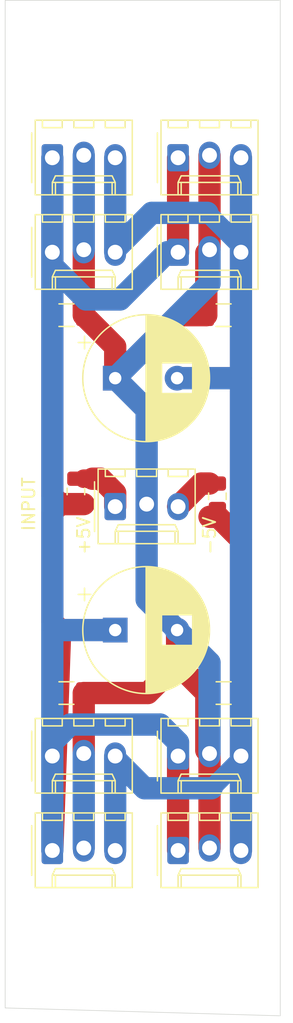
<source format=kicad_pcb>
(kicad_pcb (version 20171130) (host pcbnew "(5.1.5-0-10_14)")

  (general
    (thickness 1.6)
    (drawings 7)
    (tracks 80)
    (zones 0)
    (modules 19)
    (nets 6)
  )

  (page A4)
  (layers
    (0 F.Cu signal)
    (31 B.Cu signal)
    (32 B.Adhes user)
    (33 F.Adhes user)
    (34 B.Paste user)
    (35 F.Paste user)
    (36 B.SilkS user)
    (37 F.SilkS user)
    (38 B.Mask user)
    (39 F.Mask user)
    (40 Dwgs.User user)
    (41 Cmts.User user)
    (42 Eco1.User user)
    (43 Eco2.User user)
    (44 Edge.Cuts user)
    (45 Margin user)
    (46 B.CrtYd user)
    (47 F.CrtYd user)
    (48 B.Fab user)
    (49 F.Fab user)
  )

  (setup
    (last_trace_width 1.8)
    (user_trace_width 1.8)
    (trace_clearance 0.2)
    (zone_clearance 0.508)
    (zone_45_only no)
    (trace_min 0.2)
    (via_size 0.8)
    (via_drill 0.4)
    (via_min_size 0.4)
    (via_min_drill 0.3)
    (uvia_size 0.3)
    (uvia_drill 0.1)
    (uvias_allowed no)
    (uvia_min_size 0.2)
    (uvia_min_drill 0.1)
    (edge_width 0.05)
    (segment_width 0.2)
    (pcb_text_width 0.3)
    (pcb_text_size 1.5 1.5)
    (mod_edge_width 0.12)
    (mod_text_size 1 1)
    (mod_text_width 0.15)
    (pad_size 1.524 1.524)
    (pad_drill 0.762)
    (pad_to_mask_clearance 0.051)
    (solder_mask_min_width 0.25)
    (aux_axis_origin 0 0)
    (visible_elements FFFFFF7F)
    (pcbplotparams
      (layerselection 0x010fc_ffffffff)
      (usegerberextensions false)
      (usegerberattributes false)
      (usegerberadvancedattributes false)
      (creategerberjobfile false)
      (excludeedgelayer true)
      (linewidth 0.100000)
      (plotframeref false)
      (viasonmask false)
      (mode 1)
      (useauxorigin false)
      (hpglpennumber 1)
      (hpglpenspeed 20)
      (hpglpendiameter 15.000000)
      (psnegative false)
      (psa4output false)
      (plotreference true)
      (plotvalue true)
      (plotinvisibletext false)
      (padsonsilk false)
      (subtractmaskfromsilk false)
      (outputformat 1)
      (mirror false)
      (drillshape 0)
      (scaleselection 1)
      (outputdirectory ""))
  )

  (net 0 "")
  (net 1 GND)
  (net 2 +5V)
  (net 3 -5V)
  (net 4 "Net-(F1-Pad2)")
  (net 5 "Net-(F2-Pad2)")

  (net_class Default "This is the default net class."
    (clearance 0.2)
    (trace_width 0.25)
    (via_dia 0.8)
    (via_drill 0.4)
    (uvia_dia 0.3)
    (uvia_drill 0.1)
    (add_net +5V)
    (add_net -5V)
    (add_net GND)
    (add_net "Net-(F1-Pad2)")
    (add_net "Net-(F2-Pad2)")
  )

  (module MountingHole:MountingHole_3.2mm_M3 (layer F.Cu) (tedit 56D1B4CB) (tstamp 5FA4C887)
    (at 162.56 52.705)
    (descr "Mounting Hole 3.2mm, no annular, M3")
    (tags "mounting hole 3.2mm no annular m3")
    (attr virtual)
    (fp_text reference REF** (at 0 -4.2) (layer F.SilkS) hide
      (effects (font (size 1 1) (thickness 0.15)))
    )
    (fp_text value MountingHole_3.2mm_M3 (at 0 4.2) (layer F.Fab)
      (effects (font (size 1 1) (thickness 0.15)))
    )
    (fp_circle (center 0 0) (end 3.45 0) (layer F.CrtYd) (width 0.05))
    (fp_circle (center 0 0) (end 3.2 0) (layer Cmts.User) (width 0.15))
    (fp_text user %R (at 0.3 0) (layer F.Fab) hide
      (effects (font (size 1 1) (thickness 0.15)))
    )
    (pad 1 np_thru_hole circle (at 0 0) (size 3.2 3.2) (drill 3.2) (layers *.Cu *.Mask))
  )

  (module MountingHole:MountingHole_3.2mm_M3 (layer F.Cu) (tedit 56D1B4CB) (tstamp 5FA4C863)
    (at 162.56 125.73)
    (descr "Mounting Hole 3.2mm, no annular, M3")
    (tags "mounting hole 3.2mm no annular m3")
    (attr virtual)
    (fp_text reference REF** (at 0 -4.2) (layer F.SilkS) hide
      (effects (font (size 1 1) (thickness 0.15)))
    )
    (fp_text value MountingHole_3.2mm_M3 (at 0 4.2) (layer F.Fab)
      (effects (font (size 1 1) (thickness 0.15)))
    )
    (fp_circle (center 0 0) (end 3.45 0) (layer F.CrtYd) (width 0.05))
    (fp_circle (center 0 0) (end 3.2 0) (layer Cmts.User) (width 0.15))
    (fp_text user %R (at 0.3 0) (layer F.Fab) hide
      (effects (font (size 1 1) (thickness 0.15)))
    )
    (pad 1 np_thru_hole circle (at 0 0) (size 3.2 3.2) (drill 3.2) (layers *.Cu *.Mask))
  )

  (module Capacitor_THT:CP_Radial_D10.0mm_P5.00mm (layer F.Cu) (tedit 5AE50EF1) (tstamp 5FA4B745)
    (at 160.02 78.74)
    (descr "CP, Radial series, Radial, pin pitch=5.00mm, , diameter=10mm, Electrolytic Capacitor")
    (tags "CP Radial series Radial pin pitch 5.00mm  diameter 10mm Electrolytic Capacitor")
    (path /5FA4708D)
    (fp_text reference C4 (at 2.5 -6.25) (layer F.SilkS) hide
      (effects (font (size 1 1) (thickness 0.15)))
    )
    (fp_text value 100u (at 2.5 6.25) (layer F.Fab)
      (effects (font (size 1 1) (thickness 0.15)))
    )
    (fp_text user %R (at 2.5 0) (layer F.Fab) hide
      (effects (font (size 1 1) (thickness 0.15)))
    )
    (fp_line (start -2.479646 -3.375) (end -2.479646 -2.375) (layer F.SilkS) (width 0.12))
    (fp_line (start -2.979646 -2.875) (end -1.979646 -2.875) (layer F.SilkS) (width 0.12))
    (fp_line (start 7.581 -0.599) (end 7.581 0.599) (layer F.SilkS) (width 0.12))
    (fp_line (start 7.541 -0.862) (end 7.541 0.862) (layer F.SilkS) (width 0.12))
    (fp_line (start 7.501 -1.062) (end 7.501 1.062) (layer F.SilkS) (width 0.12))
    (fp_line (start 7.461 -1.23) (end 7.461 1.23) (layer F.SilkS) (width 0.12))
    (fp_line (start 7.421 -1.378) (end 7.421 1.378) (layer F.SilkS) (width 0.12))
    (fp_line (start 7.381 -1.51) (end 7.381 1.51) (layer F.SilkS) (width 0.12))
    (fp_line (start 7.341 -1.63) (end 7.341 1.63) (layer F.SilkS) (width 0.12))
    (fp_line (start 7.301 -1.742) (end 7.301 1.742) (layer F.SilkS) (width 0.12))
    (fp_line (start 7.261 -1.846) (end 7.261 1.846) (layer F.SilkS) (width 0.12))
    (fp_line (start 7.221 -1.944) (end 7.221 1.944) (layer F.SilkS) (width 0.12))
    (fp_line (start 7.181 -2.037) (end 7.181 2.037) (layer F.SilkS) (width 0.12))
    (fp_line (start 7.141 -2.125) (end 7.141 2.125) (layer F.SilkS) (width 0.12))
    (fp_line (start 7.101 -2.209) (end 7.101 2.209) (layer F.SilkS) (width 0.12))
    (fp_line (start 7.061 -2.289) (end 7.061 2.289) (layer F.SilkS) (width 0.12))
    (fp_line (start 7.021 -2.365) (end 7.021 2.365) (layer F.SilkS) (width 0.12))
    (fp_line (start 6.981 -2.439) (end 6.981 2.439) (layer F.SilkS) (width 0.12))
    (fp_line (start 6.941 -2.51) (end 6.941 2.51) (layer F.SilkS) (width 0.12))
    (fp_line (start 6.901 -2.579) (end 6.901 2.579) (layer F.SilkS) (width 0.12))
    (fp_line (start 6.861 -2.645) (end 6.861 2.645) (layer F.SilkS) (width 0.12))
    (fp_line (start 6.821 -2.709) (end 6.821 2.709) (layer F.SilkS) (width 0.12))
    (fp_line (start 6.781 -2.77) (end 6.781 2.77) (layer F.SilkS) (width 0.12))
    (fp_line (start 6.741 -2.83) (end 6.741 2.83) (layer F.SilkS) (width 0.12))
    (fp_line (start 6.701 -2.889) (end 6.701 2.889) (layer F.SilkS) (width 0.12))
    (fp_line (start 6.661 -2.945) (end 6.661 2.945) (layer F.SilkS) (width 0.12))
    (fp_line (start 6.621 -3) (end 6.621 3) (layer F.SilkS) (width 0.12))
    (fp_line (start 6.581 -3.054) (end 6.581 3.054) (layer F.SilkS) (width 0.12))
    (fp_line (start 6.541 -3.106) (end 6.541 3.106) (layer F.SilkS) (width 0.12))
    (fp_line (start 6.501 -3.156) (end 6.501 3.156) (layer F.SilkS) (width 0.12))
    (fp_line (start 6.461 -3.206) (end 6.461 3.206) (layer F.SilkS) (width 0.12))
    (fp_line (start 6.421 -3.254) (end 6.421 3.254) (layer F.SilkS) (width 0.12))
    (fp_line (start 6.381 -3.301) (end 6.381 3.301) (layer F.SilkS) (width 0.12))
    (fp_line (start 6.341 -3.347) (end 6.341 3.347) (layer F.SilkS) (width 0.12))
    (fp_line (start 6.301 -3.392) (end 6.301 3.392) (layer F.SilkS) (width 0.12))
    (fp_line (start 6.261 -3.436) (end 6.261 3.436) (layer F.SilkS) (width 0.12))
    (fp_line (start 6.221 1.241) (end 6.221 3.478) (layer F.SilkS) (width 0.12))
    (fp_line (start 6.221 -3.478) (end 6.221 -1.241) (layer F.SilkS) (width 0.12))
    (fp_line (start 6.181 1.241) (end 6.181 3.52) (layer F.SilkS) (width 0.12))
    (fp_line (start 6.181 -3.52) (end 6.181 -1.241) (layer F.SilkS) (width 0.12))
    (fp_line (start 6.141 1.241) (end 6.141 3.561) (layer F.SilkS) (width 0.12))
    (fp_line (start 6.141 -3.561) (end 6.141 -1.241) (layer F.SilkS) (width 0.12))
    (fp_line (start 6.101 1.241) (end 6.101 3.601) (layer F.SilkS) (width 0.12))
    (fp_line (start 6.101 -3.601) (end 6.101 -1.241) (layer F.SilkS) (width 0.12))
    (fp_line (start 6.061 1.241) (end 6.061 3.64) (layer F.SilkS) (width 0.12))
    (fp_line (start 6.061 -3.64) (end 6.061 -1.241) (layer F.SilkS) (width 0.12))
    (fp_line (start 6.021 1.241) (end 6.021 3.679) (layer F.SilkS) (width 0.12))
    (fp_line (start 6.021 -3.679) (end 6.021 -1.241) (layer F.SilkS) (width 0.12))
    (fp_line (start 5.981 1.241) (end 5.981 3.716) (layer F.SilkS) (width 0.12))
    (fp_line (start 5.981 -3.716) (end 5.981 -1.241) (layer F.SilkS) (width 0.12))
    (fp_line (start 5.941 1.241) (end 5.941 3.753) (layer F.SilkS) (width 0.12))
    (fp_line (start 5.941 -3.753) (end 5.941 -1.241) (layer F.SilkS) (width 0.12))
    (fp_line (start 5.901 1.241) (end 5.901 3.789) (layer F.SilkS) (width 0.12))
    (fp_line (start 5.901 -3.789) (end 5.901 -1.241) (layer F.SilkS) (width 0.12))
    (fp_line (start 5.861 1.241) (end 5.861 3.824) (layer F.SilkS) (width 0.12))
    (fp_line (start 5.861 -3.824) (end 5.861 -1.241) (layer F.SilkS) (width 0.12))
    (fp_line (start 5.821 1.241) (end 5.821 3.858) (layer F.SilkS) (width 0.12))
    (fp_line (start 5.821 -3.858) (end 5.821 -1.241) (layer F.SilkS) (width 0.12))
    (fp_line (start 5.781 1.241) (end 5.781 3.892) (layer F.SilkS) (width 0.12))
    (fp_line (start 5.781 -3.892) (end 5.781 -1.241) (layer F.SilkS) (width 0.12))
    (fp_line (start 5.741 1.241) (end 5.741 3.925) (layer F.SilkS) (width 0.12))
    (fp_line (start 5.741 -3.925) (end 5.741 -1.241) (layer F.SilkS) (width 0.12))
    (fp_line (start 5.701 1.241) (end 5.701 3.957) (layer F.SilkS) (width 0.12))
    (fp_line (start 5.701 -3.957) (end 5.701 -1.241) (layer F.SilkS) (width 0.12))
    (fp_line (start 5.661 1.241) (end 5.661 3.989) (layer F.SilkS) (width 0.12))
    (fp_line (start 5.661 -3.989) (end 5.661 -1.241) (layer F.SilkS) (width 0.12))
    (fp_line (start 5.621 1.241) (end 5.621 4.02) (layer F.SilkS) (width 0.12))
    (fp_line (start 5.621 -4.02) (end 5.621 -1.241) (layer F.SilkS) (width 0.12))
    (fp_line (start 5.581 1.241) (end 5.581 4.05) (layer F.SilkS) (width 0.12))
    (fp_line (start 5.581 -4.05) (end 5.581 -1.241) (layer F.SilkS) (width 0.12))
    (fp_line (start 5.541 1.241) (end 5.541 4.08) (layer F.SilkS) (width 0.12))
    (fp_line (start 5.541 -4.08) (end 5.541 -1.241) (layer F.SilkS) (width 0.12))
    (fp_line (start 5.501 1.241) (end 5.501 4.11) (layer F.SilkS) (width 0.12))
    (fp_line (start 5.501 -4.11) (end 5.501 -1.241) (layer F.SilkS) (width 0.12))
    (fp_line (start 5.461 1.241) (end 5.461 4.138) (layer F.SilkS) (width 0.12))
    (fp_line (start 5.461 -4.138) (end 5.461 -1.241) (layer F.SilkS) (width 0.12))
    (fp_line (start 5.421 1.241) (end 5.421 4.166) (layer F.SilkS) (width 0.12))
    (fp_line (start 5.421 -4.166) (end 5.421 -1.241) (layer F.SilkS) (width 0.12))
    (fp_line (start 5.381 1.241) (end 5.381 4.194) (layer F.SilkS) (width 0.12))
    (fp_line (start 5.381 -4.194) (end 5.381 -1.241) (layer F.SilkS) (width 0.12))
    (fp_line (start 5.341 1.241) (end 5.341 4.221) (layer F.SilkS) (width 0.12))
    (fp_line (start 5.341 -4.221) (end 5.341 -1.241) (layer F.SilkS) (width 0.12))
    (fp_line (start 5.301 1.241) (end 5.301 4.247) (layer F.SilkS) (width 0.12))
    (fp_line (start 5.301 -4.247) (end 5.301 -1.241) (layer F.SilkS) (width 0.12))
    (fp_line (start 5.261 1.241) (end 5.261 4.273) (layer F.SilkS) (width 0.12))
    (fp_line (start 5.261 -4.273) (end 5.261 -1.241) (layer F.SilkS) (width 0.12))
    (fp_line (start 5.221 1.241) (end 5.221 4.298) (layer F.SilkS) (width 0.12))
    (fp_line (start 5.221 -4.298) (end 5.221 -1.241) (layer F.SilkS) (width 0.12))
    (fp_line (start 5.181 1.241) (end 5.181 4.323) (layer F.SilkS) (width 0.12))
    (fp_line (start 5.181 -4.323) (end 5.181 -1.241) (layer F.SilkS) (width 0.12))
    (fp_line (start 5.141 1.241) (end 5.141 4.347) (layer F.SilkS) (width 0.12))
    (fp_line (start 5.141 -4.347) (end 5.141 -1.241) (layer F.SilkS) (width 0.12))
    (fp_line (start 5.101 1.241) (end 5.101 4.371) (layer F.SilkS) (width 0.12))
    (fp_line (start 5.101 -4.371) (end 5.101 -1.241) (layer F.SilkS) (width 0.12))
    (fp_line (start 5.061 1.241) (end 5.061 4.395) (layer F.SilkS) (width 0.12))
    (fp_line (start 5.061 -4.395) (end 5.061 -1.241) (layer F.SilkS) (width 0.12))
    (fp_line (start 5.021 1.241) (end 5.021 4.417) (layer F.SilkS) (width 0.12))
    (fp_line (start 5.021 -4.417) (end 5.021 -1.241) (layer F.SilkS) (width 0.12))
    (fp_line (start 4.981 1.241) (end 4.981 4.44) (layer F.SilkS) (width 0.12))
    (fp_line (start 4.981 -4.44) (end 4.981 -1.241) (layer F.SilkS) (width 0.12))
    (fp_line (start 4.941 1.241) (end 4.941 4.462) (layer F.SilkS) (width 0.12))
    (fp_line (start 4.941 -4.462) (end 4.941 -1.241) (layer F.SilkS) (width 0.12))
    (fp_line (start 4.901 1.241) (end 4.901 4.483) (layer F.SilkS) (width 0.12))
    (fp_line (start 4.901 -4.483) (end 4.901 -1.241) (layer F.SilkS) (width 0.12))
    (fp_line (start 4.861 1.241) (end 4.861 4.504) (layer F.SilkS) (width 0.12))
    (fp_line (start 4.861 -4.504) (end 4.861 -1.241) (layer F.SilkS) (width 0.12))
    (fp_line (start 4.821 1.241) (end 4.821 4.525) (layer F.SilkS) (width 0.12))
    (fp_line (start 4.821 -4.525) (end 4.821 -1.241) (layer F.SilkS) (width 0.12))
    (fp_line (start 4.781 1.241) (end 4.781 4.545) (layer F.SilkS) (width 0.12))
    (fp_line (start 4.781 -4.545) (end 4.781 -1.241) (layer F.SilkS) (width 0.12))
    (fp_line (start 4.741 1.241) (end 4.741 4.564) (layer F.SilkS) (width 0.12))
    (fp_line (start 4.741 -4.564) (end 4.741 -1.241) (layer F.SilkS) (width 0.12))
    (fp_line (start 4.701 1.241) (end 4.701 4.584) (layer F.SilkS) (width 0.12))
    (fp_line (start 4.701 -4.584) (end 4.701 -1.241) (layer F.SilkS) (width 0.12))
    (fp_line (start 4.661 1.241) (end 4.661 4.603) (layer F.SilkS) (width 0.12))
    (fp_line (start 4.661 -4.603) (end 4.661 -1.241) (layer F.SilkS) (width 0.12))
    (fp_line (start 4.621 1.241) (end 4.621 4.621) (layer F.SilkS) (width 0.12))
    (fp_line (start 4.621 -4.621) (end 4.621 -1.241) (layer F.SilkS) (width 0.12))
    (fp_line (start 4.581 1.241) (end 4.581 4.639) (layer F.SilkS) (width 0.12))
    (fp_line (start 4.581 -4.639) (end 4.581 -1.241) (layer F.SilkS) (width 0.12))
    (fp_line (start 4.541 1.241) (end 4.541 4.657) (layer F.SilkS) (width 0.12))
    (fp_line (start 4.541 -4.657) (end 4.541 -1.241) (layer F.SilkS) (width 0.12))
    (fp_line (start 4.501 1.241) (end 4.501 4.674) (layer F.SilkS) (width 0.12))
    (fp_line (start 4.501 -4.674) (end 4.501 -1.241) (layer F.SilkS) (width 0.12))
    (fp_line (start 4.461 1.241) (end 4.461 4.69) (layer F.SilkS) (width 0.12))
    (fp_line (start 4.461 -4.69) (end 4.461 -1.241) (layer F.SilkS) (width 0.12))
    (fp_line (start 4.421 1.241) (end 4.421 4.707) (layer F.SilkS) (width 0.12))
    (fp_line (start 4.421 -4.707) (end 4.421 -1.241) (layer F.SilkS) (width 0.12))
    (fp_line (start 4.381 1.241) (end 4.381 4.723) (layer F.SilkS) (width 0.12))
    (fp_line (start 4.381 -4.723) (end 4.381 -1.241) (layer F.SilkS) (width 0.12))
    (fp_line (start 4.341 1.241) (end 4.341 4.738) (layer F.SilkS) (width 0.12))
    (fp_line (start 4.341 -4.738) (end 4.341 -1.241) (layer F.SilkS) (width 0.12))
    (fp_line (start 4.301 1.241) (end 4.301 4.754) (layer F.SilkS) (width 0.12))
    (fp_line (start 4.301 -4.754) (end 4.301 -1.241) (layer F.SilkS) (width 0.12))
    (fp_line (start 4.261 1.241) (end 4.261 4.768) (layer F.SilkS) (width 0.12))
    (fp_line (start 4.261 -4.768) (end 4.261 -1.241) (layer F.SilkS) (width 0.12))
    (fp_line (start 4.221 1.241) (end 4.221 4.783) (layer F.SilkS) (width 0.12))
    (fp_line (start 4.221 -4.783) (end 4.221 -1.241) (layer F.SilkS) (width 0.12))
    (fp_line (start 4.181 1.241) (end 4.181 4.797) (layer F.SilkS) (width 0.12))
    (fp_line (start 4.181 -4.797) (end 4.181 -1.241) (layer F.SilkS) (width 0.12))
    (fp_line (start 4.141 1.241) (end 4.141 4.811) (layer F.SilkS) (width 0.12))
    (fp_line (start 4.141 -4.811) (end 4.141 -1.241) (layer F.SilkS) (width 0.12))
    (fp_line (start 4.101 1.241) (end 4.101 4.824) (layer F.SilkS) (width 0.12))
    (fp_line (start 4.101 -4.824) (end 4.101 -1.241) (layer F.SilkS) (width 0.12))
    (fp_line (start 4.061 1.241) (end 4.061 4.837) (layer F.SilkS) (width 0.12))
    (fp_line (start 4.061 -4.837) (end 4.061 -1.241) (layer F.SilkS) (width 0.12))
    (fp_line (start 4.021 1.241) (end 4.021 4.85) (layer F.SilkS) (width 0.12))
    (fp_line (start 4.021 -4.85) (end 4.021 -1.241) (layer F.SilkS) (width 0.12))
    (fp_line (start 3.981 1.241) (end 3.981 4.862) (layer F.SilkS) (width 0.12))
    (fp_line (start 3.981 -4.862) (end 3.981 -1.241) (layer F.SilkS) (width 0.12))
    (fp_line (start 3.941 1.241) (end 3.941 4.874) (layer F.SilkS) (width 0.12))
    (fp_line (start 3.941 -4.874) (end 3.941 -1.241) (layer F.SilkS) (width 0.12))
    (fp_line (start 3.901 1.241) (end 3.901 4.885) (layer F.SilkS) (width 0.12))
    (fp_line (start 3.901 -4.885) (end 3.901 -1.241) (layer F.SilkS) (width 0.12))
    (fp_line (start 3.861 1.241) (end 3.861 4.897) (layer F.SilkS) (width 0.12))
    (fp_line (start 3.861 -4.897) (end 3.861 -1.241) (layer F.SilkS) (width 0.12))
    (fp_line (start 3.821 1.241) (end 3.821 4.907) (layer F.SilkS) (width 0.12))
    (fp_line (start 3.821 -4.907) (end 3.821 -1.241) (layer F.SilkS) (width 0.12))
    (fp_line (start 3.781 1.241) (end 3.781 4.918) (layer F.SilkS) (width 0.12))
    (fp_line (start 3.781 -4.918) (end 3.781 -1.241) (layer F.SilkS) (width 0.12))
    (fp_line (start 3.741 -4.928) (end 3.741 4.928) (layer F.SilkS) (width 0.12))
    (fp_line (start 3.701 -4.938) (end 3.701 4.938) (layer F.SilkS) (width 0.12))
    (fp_line (start 3.661 -4.947) (end 3.661 4.947) (layer F.SilkS) (width 0.12))
    (fp_line (start 3.621 -4.956) (end 3.621 4.956) (layer F.SilkS) (width 0.12))
    (fp_line (start 3.581 -4.965) (end 3.581 4.965) (layer F.SilkS) (width 0.12))
    (fp_line (start 3.541 -4.974) (end 3.541 4.974) (layer F.SilkS) (width 0.12))
    (fp_line (start 3.501 -4.982) (end 3.501 4.982) (layer F.SilkS) (width 0.12))
    (fp_line (start 3.461 -4.99) (end 3.461 4.99) (layer F.SilkS) (width 0.12))
    (fp_line (start 3.421 -4.997) (end 3.421 4.997) (layer F.SilkS) (width 0.12))
    (fp_line (start 3.381 -5.004) (end 3.381 5.004) (layer F.SilkS) (width 0.12))
    (fp_line (start 3.341 -5.011) (end 3.341 5.011) (layer F.SilkS) (width 0.12))
    (fp_line (start 3.301 -5.018) (end 3.301 5.018) (layer F.SilkS) (width 0.12))
    (fp_line (start 3.261 -5.024) (end 3.261 5.024) (layer F.SilkS) (width 0.12))
    (fp_line (start 3.221 -5.03) (end 3.221 5.03) (layer F.SilkS) (width 0.12))
    (fp_line (start 3.18 -5.035) (end 3.18 5.035) (layer F.SilkS) (width 0.12))
    (fp_line (start 3.14 -5.04) (end 3.14 5.04) (layer F.SilkS) (width 0.12))
    (fp_line (start 3.1 -5.045) (end 3.1 5.045) (layer F.SilkS) (width 0.12))
    (fp_line (start 3.06 -5.05) (end 3.06 5.05) (layer F.SilkS) (width 0.12))
    (fp_line (start 3.02 -5.054) (end 3.02 5.054) (layer F.SilkS) (width 0.12))
    (fp_line (start 2.98 -5.058) (end 2.98 5.058) (layer F.SilkS) (width 0.12))
    (fp_line (start 2.94 -5.062) (end 2.94 5.062) (layer F.SilkS) (width 0.12))
    (fp_line (start 2.9 -5.065) (end 2.9 5.065) (layer F.SilkS) (width 0.12))
    (fp_line (start 2.86 -5.068) (end 2.86 5.068) (layer F.SilkS) (width 0.12))
    (fp_line (start 2.82 -5.07) (end 2.82 5.07) (layer F.SilkS) (width 0.12))
    (fp_line (start 2.78 -5.073) (end 2.78 5.073) (layer F.SilkS) (width 0.12))
    (fp_line (start 2.74 -5.075) (end 2.74 5.075) (layer F.SilkS) (width 0.12))
    (fp_line (start 2.7 -5.077) (end 2.7 5.077) (layer F.SilkS) (width 0.12))
    (fp_line (start 2.66 -5.078) (end 2.66 5.078) (layer F.SilkS) (width 0.12))
    (fp_line (start 2.62 -5.079) (end 2.62 5.079) (layer F.SilkS) (width 0.12))
    (fp_line (start 2.58 -5.08) (end 2.58 5.08) (layer F.SilkS) (width 0.12))
    (fp_line (start 2.54 -5.08) (end 2.54 5.08) (layer F.SilkS) (width 0.12))
    (fp_line (start 2.5 -5.08) (end 2.5 5.08) (layer F.SilkS) (width 0.12))
    (fp_line (start -1.288861 -2.6875) (end -1.288861 -1.6875) (layer F.Fab) (width 0.1))
    (fp_line (start -1.788861 -2.1875) (end -0.788861 -2.1875) (layer F.Fab) (width 0.1))
    (fp_circle (center 2.5 0) (end 7.75 0) (layer F.CrtYd) (width 0.05))
    (fp_circle (center 2.5 0) (end 7.62 0) (layer F.SilkS) (width 0.12))
    (fp_circle (center 2.5 0) (end 7.5 0) (layer F.Fab) (width 0.1))
    (pad 2 thru_hole circle (at 5 0) (size 2 2) (drill 1) (layers *.Cu *.Mask)
      (net 3 -5V))
    (pad 1 thru_hole rect (at 0 0) (size 2 2) (drill 1) (layers *.Cu *.Mask)
      (net 1 GND))
    (model ${KISYS3DMOD}/Capacitor_THT.3dshapes/CP_Radial_D10.0mm_P5.00mm.wrl
      (at (xyz 0 0 0))
      (scale (xyz 1 1 1))
      (rotate (xyz 0 0 0))
    )
  )

  (module Capacitor_THT:CP_Radial_D10.0mm_P5.00mm (layer F.Cu) (tedit 5AE50EF1) (tstamp 5FA48F71)
    (at 160.02 99.06)
    (descr "CP, Radial series, Radial, pin pitch=5.00mm, , diameter=10mm, Electrolytic Capacitor")
    (tags "CP Radial series Radial pin pitch 5.00mm  diameter 10mm Electrolytic Capacitor")
    (path /5FA469B8)
    (fp_text reference C1 (at 2.5 -6.25) (layer F.SilkS) hide
      (effects (font (size 1 1) (thickness 0.15)))
    )
    (fp_text value 100u (at 2.5 6.25) (layer F.Fab)
      (effects (font (size 1 1) (thickness 0.15)))
    )
    (fp_text user %R (at 2.5 0) (layer F.Fab) hide
      (effects (font (size 1 1) (thickness 0.15)))
    )
    (fp_line (start -2.479646 -3.375) (end -2.479646 -2.375) (layer F.SilkS) (width 0.12))
    (fp_line (start -2.979646 -2.875) (end -1.979646 -2.875) (layer F.SilkS) (width 0.12))
    (fp_line (start 7.581 -0.599) (end 7.581 0.599) (layer F.SilkS) (width 0.12))
    (fp_line (start 7.541 -0.862) (end 7.541 0.862) (layer F.SilkS) (width 0.12))
    (fp_line (start 7.501 -1.062) (end 7.501 1.062) (layer F.SilkS) (width 0.12))
    (fp_line (start 7.461 -1.23) (end 7.461 1.23) (layer F.SilkS) (width 0.12))
    (fp_line (start 7.421 -1.378) (end 7.421 1.378) (layer F.SilkS) (width 0.12))
    (fp_line (start 7.381 -1.51) (end 7.381 1.51) (layer F.SilkS) (width 0.12))
    (fp_line (start 7.341 -1.63) (end 7.341 1.63) (layer F.SilkS) (width 0.12))
    (fp_line (start 7.301 -1.742) (end 7.301 1.742) (layer F.SilkS) (width 0.12))
    (fp_line (start 7.261 -1.846) (end 7.261 1.846) (layer F.SilkS) (width 0.12))
    (fp_line (start 7.221 -1.944) (end 7.221 1.944) (layer F.SilkS) (width 0.12))
    (fp_line (start 7.181 -2.037) (end 7.181 2.037) (layer F.SilkS) (width 0.12))
    (fp_line (start 7.141 -2.125) (end 7.141 2.125) (layer F.SilkS) (width 0.12))
    (fp_line (start 7.101 -2.209) (end 7.101 2.209) (layer F.SilkS) (width 0.12))
    (fp_line (start 7.061 -2.289) (end 7.061 2.289) (layer F.SilkS) (width 0.12))
    (fp_line (start 7.021 -2.365) (end 7.021 2.365) (layer F.SilkS) (width 0.12))
    (fp_line (start 6.981 -2.439) (end 6.981 2.439) (layer F.SilkS) (width 0.12))
    (fp_line (start 6.941 -2.51) (end 6.941 2.51) (layer F.SilkS) (width 0.12))
    (fp_line (start 6.901 -2.579) (end 6.901 2.579) (layer F.SilkS) (width 0.12))
    (fp_line (start 6.861 -2.645) (end 6.861 2.645) (layer F.SilkS) (width 0.12))
    (fp_line (start 6.821 -2.709) (end 6.821 2.709) (layer F.SilkS) (width 0.12))
    (fp_line (start 6.781 -2.77) (end 6.781 2.77) (layer F.SilkS) (width 0.12))
    (fp_line (start 6.741 -2.83) (end 6.741 2.83) (layer F.SilkS) (width 0.12))
    (fp_line (start 6.701 -2.889) (end 6.701 2.889) (layer F.SilkS) (width 0.12))
    (fp_line (start 6.661 -2.945) (end 6.661 2.945) (layer F.SilkS) (width 0.12))
    (fp_line (start 6.621 -3) (end 6.621 3) (layer F.SilkS) (width 0.12))
    (fp_line (start 6.581 -3.054) (end 6.581 3.054) (layer F.SilkS) (width 0.12))
    (fp_line (start 6.541 -3.106) (end 6.541 3.106) (layer F.SilkS) (width 0.12))
    (fp_line (start 6.501 -3.156) (end 6.501 3.156) (layer F.SilkS) (width 0.12))
    (fp_line (start 6.461 -3.206) (end 6.461 3.206) (layer F.SilkS) (width 0.12))
    (fp_line (start 6.421 -3.254) (end 6.421 3.254) (layer F.SilkS) (width 0.12))
    (fp_line (start 6.381 -3.301) (end 6.381 3.301) (layer F.SilkS) (width 0.12))
    (fp_line (start 6.341 -3.347) (end 6.341 3.347) (layer F.SilkS) (width 0.12))
    (fp_line (start 6.301 -3.392) (end 6.301 3.392) (layer F.SilkS) (width 0.12))
    (fp_line (start 6.261 -3.436) (end 6.261 3.436) (layer F.SilkS) (width 0.12))
    (fp_line (start 6.221 1.241) (end 6.221 3.478) (layer F.SilkS) (width 0.12))
    (fp_line (start 6.221 -3.478) (end 6.221 -1.241) (layer F.SilkS) (width 0.12))
    (fp_line (start 6.181 1.241) (end 6.181 3.52) (layer F.SilkS) (width 0.12))
    (fp_line (start 6.181 -3.52) (end 6.181 -1.241) (layer F.SilkS) (width 0.12))
    (fp_line (start 6.141 1.241) (end 6.141 3.561) (layer F.SilkS) (width 0.12))
    (fp_line (start 6.141 -3.561) (end 6.141 -1.241) (layer F.SilkS) (width 0.12))
    (fp_line (start 6.101 1.241) (end 6.101 3.601) (layer F.SilkS) (width 0.12))
    (fp_line (start 6.101 -3.601) (end 6.101 -1.241) (layer F.SilkS) (width 0.12))
    (fp_line (start 6.061 1.241) (end 6.061 3.64) (layer F.SilkS) (width 0.12))
    (fp_line (start 6.061 -3.64) (end 6.061 -1.241) (layer F.SilkS) (width 0.12))
    (fp_line (start 6.021 1.241) (end 6.021 3.679) (layer F.SilkS) (width 0.12))
    (fp_line (start 6.021 -3.679) (end 6.021 -1.241) (layer F.SilkS) (width 0.12))
    (fp_line (start 5.981 1.241) (end 5.981 3.716) (layer F.SilkS) (width 0.12))
    (fp_line (start 5.981 -3.716) (end 5.981 -1.241) (layer F.SilkS) (width 0.12))
    (fp_line (start 5.941 1.241) (end 5.941 3.753) (layer F.SilkS) (width 0.12))
    (fp_line (start 5.941 -3.753) (end 5.941 -1.241) (layer F.SilkS) (width 0.12))
    (fp_line (start 5.901 1.241) (end 5.901 3.789) (layer F.SilkS) (width 0.12))
    (fp_line (start 5.901 -3.789) (end 5.901 -1.241) (layer F.SilkS) (width 0.12))
    (fp_line (start 5.861 1.241) (end 5.861 3.824) (layer F.SilkS) (width 0.12))
    (fp_line (start 5.861 -3.824) (end 5.861 -1.241) (layer F.SilkS) (width 0.12))
    (fp_line (start 5.821 1.241) (end 5.821 3.858) (layer F.SilkS) (width 0.12))
    (fp_line (start 5.821 -3.858) (end 5.821 -1.241) (layer F.SilkS) (width 0.12))
    (fp_line (start 5.781 1.241) (end 5.781 3.892) (layer F.SilkS) (width 0.12))
    (fp_line (start 5.781 -3.892) (end 5.781 -1.241) (layer F.SilkS) (width 0.12))
    (fp_line (start 5.741 1.241) (end 5.741 3.925) (layer F.SilkS) (width 0.12))
    (fp_line (start 5.741 -3.925) (end 5.741 -1.241) (layer F.SilkS) (width 0.12))
    (fp_line (start 5.701 1.241) (end 5.701 3.957) (layer F.SilkS) (width 0.12))
    (fp_line (start 5.701 -3.957) (end 5.701 -1.241) (layer F.SilkS) (width 0.12))
    (fp_line (start 5.661 1.241) (end 5.661 3.989) (layer F.SilkS) (width 0.12))
    (fp_line (start 5.661 -3.989) (end 5.661 -1.241) (layer F.SilkS) (width 0.12))
    (fp_line (start 5.621 1.241) (end 5.621 4.02) (layer F.SilkS) (width 0.12))
    (fp_line (start 5.621 -4.02) (end 5.621 -1.241) (layer F.SilkS) (width 0.12))
    (fp_line (start 5.581 1.241) (end 5.581 4.05) (layer F.SilkS) (width 0.12))
    (fp_line (start 5.581 -4.05) (end 5.581 -1.241) (layer F.SilkS) (width 0.12))
    (fp_line (start 5.541 1.241) (end 5.541 4.08) (layer F.SilkS) (width 0.12))
    (fp_line (start 5.541 -4.08) (end 5.541 -1.241) (layer F.SilkS) (width 0.12))
    (fp_line (start 5.501 1.241) (end 5.501 4.11) (layer F.SilkS) (width 0.12))
    (fp_line (start 5.501 -4.11) (end 5.501 -1.241) (layer F.SilkS) (width 0.12))
    (fp_line (start 5.461 1.241) (end 5.461 4.138) (layer F.SilkS) (width 0.12))
    (fp_line (start 5.461 -4.138) (end 5.461 -1.241) (layer F.SilkS) (width 0.12))
    (fp_line (start 5.421 1.241) (end 5.421 4.166) (layer F.SilkS) (width 0.12))
    (fp_line (start 5.421 -4.166) (end 5.421 -1.241) (layer F.SilkS) (width 0.12))
    (fp_line (start 5.381 1.241) (end 5.381 4.194) (layer F.SilkS) (width 0.12))
    (fp_line (start 5.381 -4.194) (end 5.381 -1.241) (layer F.SilkS) (width 0.12))
    (fp_line (start 5.341 1.241) (end 5.341 4.221) (layer F.SilkS) (width 0.12))
    (fp_line (start 5.341 -4.221) (end 5.341 -1.241) (layer F.SilkS) (width 0.12))
    (fp_line (start 5.301 1.241) (end 5.301 4.247) (layer F.SilkS) (width 0.12))
    (fp_line (start 5.301 -4.247) (end 5.301 -1.241) (layer F.SilkS) (width 0.12))
    (fp_line (start 5.261 1.241) (end 5.261 4.273) (layer F.SilkS) (width 0.12))
    (fp_line (start 5.261 -4.273) (end 5.261 -1.241) (layer F.SilkS) (width 0.12))
    (fp_line (start 5.221 1.241) (end 5.221 4.298) (layer F.SilkS) (width 0.12))
    (fp_line (start 5.221 -4.298) (end 5.221 -1.241) (layer F.SilkS) (width 0.12))
    (fp_line (start 5.181 1.241) (end 5.181 4.323) (layer F.SilkS) (width 0.12))
    (fp_line (start 5.181 -4.323) (end 5.181 -1.241) (layer F.SilkS) (width 0.12))
    (fp_line (start 5.141 1.241) (end 5.141 4.347) (layer F.SilkS) (width 0.12))
    (fp_line (start 5.141 -4.347) (end 5.141 -1.241) (layer F.SilkS) (width 0.12))
    (fp_line (start 5.101 1.241) (end 5.101 4.371) (layer F.SilkS) (width 0.12))
    (fp_line (start 5.101 -4.371) (end 5.101 -1.241) (layer F.SilkS) (width 0.12))
    (fp_line (start 5.061 1.241) (end 5.061 4.395) (layer F.SilkS) (width 0.12))
    (fp_line (start 5.061 -4.395) (end 5.061 -1.241) (layer F.SilkS) (width 0.12))
    (fp_line (start 5.021 1.241) (end 5.021 4.417) (layer F.SilkS) (width 0.12))
    (fp_line (start 5.021 -4.417) (end 5.021 -1.241) (layer F.SilkS) (width 0.12))
    (fp_line (start 4.981 1.241) (end 4.981 4.44) (layer F.SilkS) (width 0.12))
    (fp_line (start 4.981 -4.44) (end 4.981 -1.241) (layer F.SilkS) (width 0.12))
    (fp_line (start 4.941 1.241) (end 4.941 4.462) (layer F.SilkS) (width 0.12))
    (fp_line (start 4.941 -4.462) (end 4.941 -1.241) (layer F.SilkS) (width 0.12))
    (fp_line (start 4.901 1.241) (end 4.901 4.483) (layer F.SilkS) (width 0.12))
    (fp_line (start 4.901 -4.483) (end 4.901 -1.241) (layer F.SilkS) (width 0.12))
    (fp_line (start 4.861 1.241) (end 4.861 4.504) (layer F.SilkS) (width 0.12))
    (fp_line (start 4.861 -4.504) (end 4.861 -1.241) (layer F.SilkS) (width 0.12))
    (fp_line (start 4.821 1.241) (end 4.821 4.525) (layer F.SilkS) (width 0.12))
    (fp_line (start 4.821 -4.525) (end 4.821 -1.241) (layer F.SilkS) (width 0.12))
    (fp_line (start 4.781 1.241) (end 4.781 4.545) (layer F.SilkS) (width 0.12))
    (fp_line (start 4.781 -4.545) (end 4.781 -1.241) (layer F.SilkS) (width 0.12))
    (fp_line (start 4.741 1.241) (end 4.741 4.564) (layer F.SilkS) (width 0.12))
    (fp_line (start 4.741 -4.564) (end 4.741 -1.241) (layer F.SilkS) (width 0.12))
    (fp_line (start 4.701 1.241) (end 4.701 4.584) (layer F.SilkS) (width 0.12))
    (fp_line (start 4.701 -4.584) (end 4.701 -1.241) (layer F.SilkS) (width 0.12))
    (fp_line (start 4.661 1.241) (end 4.661 4.603) (layer F.SilkS) (width 0.12))
    (fp_line (start 4.661 -4.603) (end 4.661 -1.241) (layer F.SilkS) (width 0.12))
    (fp_line (start 4.621 1.241) (end 4.621 4.621) (layer F.SilkS) (width 0.12))
    (fp_line (start 4.621 -4.621) (end 4.621 -1.241) (layer F.SilkS) (width 0.12))
    (fp_line (start 4.581 1.241) (end 4.581 4.639) (layer F.SilkS) (width 0.12))
    (fp_line (start 4.581 -4.639) (end 4.581 -1.241) (layer F.SilkS) (width 0.12))
    (fp_line (start 4.541 1.241) (end 4.541 4.657) (layer F.SilkS) (width 0.12))
    (fp_line (start 4.541 -4.657) (end 4.541 -1.241) (layer F.SilkS) (width 0.12))
    (fp_line (start 4.501 1.241) (end 4.501 4.674) (layer F.SilkS) (width 0.12))
    (fp_line (start 4.501 -4.674) (end 4.501 -1.241) (layer F.SilkS) (width 0.12))
    (fp_line (start 4.461 1.241) (end 4.461 4.69) (layer F.SilkS) (width 0.12))
    (fp_line (start 4.461 -4.69) (end 4.461 -1.241) (layer F.SilkS) (width 0.12))
    (fp_line (start 4.421 1.241) (end 4.421 4.707) (layer F.SilkS) (width 0.12))
    (fp_line (start 4.421 -4.707) (end 4.421 -1.241) (layer F.SilkS) (width 0.12))
    (fp_line (start 4.381 1.241) (end 4.381 4.723) (layer F.SilkS) (width 0.12))
    (fp_line (start 4.381 -4.723) (end 4.381 -1.241) (layer F.SilkS) (width 0.12))
    (fp_line (start 4.341 1.241) (end 4.341 4.738) (layer F.SilkS) (width 0.12))
    (fp_line (start 4.341 -4.738) (end 4.341 -1.241) (layer F.SilkS) (width 0.12))
    (fp_line (start 4.301 1.241) (end 4.301 4.754) (layer F.SilkS) (width 0.12))
    (fp_line (start 4.301 -4.754) (end 4.301 -1.241) (layer F.SilkS) (width 0.12))
    (fp_line (start 4.261 1.241) (end 4.261 4.768) (layer F.SilkS) (width 0.12))
    (fp_line (start 4.261 -4.768) (end 4.261 -1.241) (layer F.SilkS) (width 0.12))
    (fp_line (start 4.221 1.241) (end 4.221 4.783) (layer F.SilkS) (width 0.12))
    (fp_line (start 4.221 -4.783) (end 4.221 -1.241) (layer F.SilkS) (width 0.12))
    (fp_line (start 4.181 1.241) (end 4.181 4.797) (layer F.SilkS) (width 0.12))
    (fp_line (start 4.181 -4.797) (end 4.181 -1.241) (layer F.SilkS) (width 0.12))
    (fp_line (start 4.141 1.241) (end 4.141 4.811) (layer F.SilkS) (width 0.12))
    (fp_line (start 4.141 -4.811) (end 4.141 -1.241) (layer F.SilkS) (width 0.12))
    (fp_line (start 4.101 1.241) (end 4.101 4.824) (layer F.SilkS) (width 0.12))
    (fp_line (start 4.101 -4.824) (end 4.101 -1.241) (layer F.SilkS) (width 0.12))
    (fp_line (start 4.061 1.241) (end 4.061 4.837) (layer F.SilkS) (width 0.12))
    (fp_line (start 4.061 -4.837) (end 4.061 -1.241) (layer F.SilkS) (width 0.12))
    (fp_line (start 4.021 1.241) (end 4.021 4.85) (layer F.SilkS) (width 0.12))
    (fp_line (start 4.021 -4.85) (end 4.021 -1.241) (layer F.SilkS) (width 0.12))
    (fp_line (start 3.981 1.241) (end 3.981 4.862) (layer F.SilkS) (width 0.12))
    (fp_line (start 3.981 -4.862) (end 3.981 -1.241) (layer F.SilkS) (width 0.12))
    (fp_line (start 3.941 1.241) (end 3.941 4.874) (layer F.SilkS) (width 0.12))
    (fp_line (start 3.941 -4.874) (end 3.941 -1.241) (layer F.SilkS) (width 0.12))
    (fp_line (start 3.901 1.241) (end 3.901 4.885) (layer F.SilkS) (width 0.12))
    (fp_line (start 3.901 -4.885) (end 3.901 -1.241) (layer F.SilkS) (width 0.12))
    (fp_line (start 3.861 1.241) (end 3.861 4.897) (layer F.SilkS) (width 0.12))
    (fp_line (start 3.861 -4.897) (end 3.861 -1.241) (layer F.SilkS) (width 0.12))
    (fp_line (start 3.821 1.241) (end 3.821 4.907) (layer F.SilkS) (width 0.12))
    (fp_line (start 3.821 -4.907) (end 3.821 -1.241) (layer F.SilkS) (width 0.12))
    (fp_line (start 3.781 1.241) (end 3.781 4.918) (layer F.SilkS) (width 0.12))
    (fp_line (start 3.781 -4.918) (end 3.781 -1.241) (layer F.SilkS) (width 0.12))
    (fp_line (start 3.741 -4.928) (end 3.741 4.928) (layer F.SilkS) (width 0.12))
    (fp_line (start 3.701 -4.938) (end 3.701 4.938) (layer F.SilkS) (width 0.12))
    (fp_line (start 3.661 -4.947) (end 3.661 4.947) (layer F.SilkS) (width 0.12))
    (fp_line (start 3.621 -4.956) (end 3.621 4.956) (layer F.SilkS) (width 0.12))
    (fp_line (start 3.581 -4.965) (end 3.581 4.965) (layer F.SilkS) (width 0.12))
    (fp_line (start 3.541 -4.974) (end 3.541 4.974) (layer F.SilkS) (width 0.12))
    (fp_line (start 3.501 -4.982) (end 3.501 4.982) (layer F.SilkS) (width 0.12))
    (fp_line (start 3.461 -4.99) (end 3.461 4.99) (layer F.SilkS) (width 0.12))
    (fp_line (start 3.421 -4.997) (end 3.421 4.997) (layer F.SilkS) (width 0.12))
    (fp_line (start 3.381 -5.004) (end 3.381 5.004) (layer F.SilkS) (width 0.12))
    (fp_line (start 3.341 -5.011) (end 3.341 5.011) (layer F.SilkS) (width 0.12))
    (fp_line (start 3.301 -5.018) (end 3.301 5.018) (layer F.SilkS) (width 0.12))
    (fp_line (start 3.261 -5.024) (end 3.261 5.024) (layer F.SilkS) (width 0.12))
    (fp_line (start 3.221 -5.03) (end 3.221 5.03) (layer F.SilkS) (width 0.12))
    (fp_line (start 3.18 -5.035) (end 3.18 5.035) (layer F.SilkS) (width 0.12))
    (fp_line (start 3.14 -5.04) (end 3.14 5.04) (layer F.SilkS) (width 0.12))
    (fp_line (start 3.1 -5.045) (end 3.1 5.045) (layer F.SilkS) (width 0.12))
    (fp_line (start 3.06 -5.05) (end 3.06 5.05) (layer F.SilkS) (width 0.12))
    (fp_line (start 3.02 -5.054) (end 3.02 5.054) (layer F.SilkS) (width 0.12))
    (fp_line (start 2.98 -5.058) (end 2.98 5.058) (layer F.SilkS) (width 0.12))
    (fp_line (start 2.94 -5.062) (end 2.94 5.062) (layer F.SilkS) (width 0.12))
    (fp_line (start 2.9 -5.065) (end 2.9 5.065) (layer F.SilkS) (width 0.12))
    (fp_line (start 2.86 -5.068) (end 2.86 5.068) (layer F.SilkS) (width 0.12))
    (fp_line (start 2.82 -5.07) (end 2.82 5.07) (layer F.SilkS) (width 0.12))
    (fp_line (start 2.78 -5.073) (end 2.78 5.073) (layer F.SilkS) (width 0.12))
    (fp_line (start 2.74 -5.075) (end 2.74 5.075) (layer F.SilkS) (width 0.12))
    (fp_line (start 2.7 -5.077) (end 2.7 5.077) (layer F.SilkS) (width 0.12))
    (fp_line (start 2.66 -5.078) (end 2.66 5.078) (layer F.SilkS) (width 0.12))
    (fp_line (start 2.62 -5.079) (end 2.62 5.079) (layer F.SilkS) (width 0.12))
    (fp_line (start 2.58 -5.08) (end 2.58 5.08) (layer F.SilkS) (width 0.12))
    (fp_line (start 2.54 -5.08) (end 2.54 5.08) (layer F.SilkS) (width 0.12))
    (fp_line (start 2.5 -5.08) (end 2.5 5.08) (layer F.SilkS) (width 0.12))
    (fp_line (start -1.288861 -2.6875) (end -1.288861 -1.6875) (layer F.Fab) (width 0.1))
    (fp_line (start -1.788861 -2.1875) (end -0.788861 -2.1875) (layer F.Fab) (width 0.1))
    (fp_circle (center 2.5 0) (end 7.75 0) (layer F.CrtYd) (width 0.05))
    (fp_circle (center 2.5 0) (end 7.62 0) (layer F.SilkS) (width 0.12))
    (fp_circle (center 2.5 0) (end 7.5 0) (layer F.Fab) (width 0.1))
    (pad 2 thru_hole circle (at 5 0) (size 2 2) (drill 1) (layers *.Cu *.Mask)
      (net 1 GND))
    (pad 1 thru_hole rect (at 0 0) (size 2 2) (drill 1) (layers *.Cu *.Mask)
      (net 2 +5V))
    (model ${KISYS3DMOD}/Capacitor_THT.3dshapes/CP_Radial_D10.0mm_P5.00mm.wrl
      (at (xyz 0 0 0))
      (scale (xyz 1 1 1))
      (rotate (xyz 0 0 0))
    )
  )

  (module synkie_footprints:Molex_KK-254_AE-6410-03A_1x03_P2.54mm_Vertical (layer F.Cu) (tedit 5E9C4158) (tstamp 5FA49166)
    (at 160.02 89.1)
    (descr "Molex KK-254 Interconnect System, old/engineering part number: AE-6410-03A example for new part number: 22-27-2031, 3 Pins (http://www.molex.com/pdm_docs/sd/022272021_sd.pdf), generated with kicad-footprint-generator")
    (tags "connector Molex KK-254 side entry")
    (path /5FA43579)
    (fp_text reference J9 (at 2.54 -4.12) (layer F.SilkS) hide
      (effects (font (size 1 1) (thickness 0.15)))
    )
    (fp_text value INPUT (at 2.54 4.08) (layer F.Fab)
      (effects (font (size 1 1) (thickness 0.15)))
    )
    (fp_text user %R (at 2.54 -2.22) (layer F.Fab) hide
      (effects (font (size 1 1) (thickness 0.15)))
    )
    (fp_line (start 6.85 -3.42) (end -1.77 -3.42) (layer F.CrtYd) (width 0.05))
    (fp_line (start 6.85 3.38) (end 6.85 -3.42) (layer F.CrtYd) (width 0.05))
    (fp_line (start -1.77 3.38) (end 6.85 3.38) (layer F.CrtYd) (width 0.05))
    (fp_line (start -1.77 -3.42) (end -1.77 3.38) (layer F.CrtYd) (width 0.05))
    (fp_line (start 5.88 -2.43) (end 5.88 -3.03) (layer F.SilkS) (width 0.12))
    (fp_line (start 4.28 -2.43) (end 5.88 -2.43) (layer F.SilkS) (width 0.12))
    (fp_line (start 4.28 -3.03) (end 4.28 -2.43) (layer F.SilkS) (width 0.12))
    (fp_line (start 3.34 -2.43) (end 3.34 -3.03) (layer F.SilkS) (width 0.12))
    (fp_line (start 1.74 -2.43) (end 3.34 -2.43) (layer F.SilkS) (width 0.12))
    (fp_line (start 1.74 -3.03) (end 1.74 -2.43) (layer F.SilkS) (width 0.12))
    (fp_line (start 0.8 -2.43) (end 0.8 -3.03) (layer F.SilkS) (width 0.12))
    (fp_line (start -0.8 -2.43) (end 0.8 -2.43) (layer F.SilkS) (width 0.12))
    (fp_line (start -0.8 -3.03) (end -0.8 -2.43) (layer F.SilkS) (width 0.12))
    (fp_line (start 4.83 2.99) (end 4.83 1.99) (layer F.SilkS) (width 0.12))
    (fp_line (start 0.25 2.99) (end 0.25 1.99) (layer F.SilkS) (width 0.12))
    (fp_line (start 4.83 1.46) (end 5.08 1.99) (layer F.SilkS) (width 0.12))
    (fp_line (start 0.25 1.46) (end 4.83 1.46) (layer F.SilkS) (width 0.12))
    (fp_line (start 0 1.99) (end 0.25 1.46) (layer F.SilkS) (width 0.12))
    (fp_line (start 5.08 1.99) (end 5.08 2.99) (layer F.SilkS) (width 0.12))
    (fp_line (start 0 1.99) (end 5.08 1.99) (layer F.SilkS) (width 0.12))
    (fp_line (start 0 2.99) (end 0 1.99) (layer F.SilkS) (width 0.12))
    (fp_line (start -0.562893 0) (end -1.27 0.5) (layer F.Fab) (width 0.1))
    (fp_line (start -1.27 -0.5) (end -0.562893 0) (layer F.Fab) (width 0.1))
    (fp_line (start -1.67 -2) (end -1.67 2) (layer F.SilkS) (width 0.12))
    (fp_line (start 6.46 -3.03) (end -1.38 -3.03) (layer F.SilkS) (width 0.12))
    (fp_line (start 6.46 2.99) (end 6.46 -3.03) (layer F.SilkS) (width 0.12))
    (fp_line (start -1.38 2.99) (end 6.46 2.99) (layer F.SilkS) (width 0.12))
    (fp_line (start -1.38 -3.03) (end -1.38 2.99) (layer F.SilkS) (width 0.12))
    (fp_line (start 6.35 -2.92) (end -1.27 -2.92) (layer F.Fab) (width 0.1))
    (fp_line (start 6.35 2.88) (end 6.35 -2.92) (layer F.Fab) (width 0.1))
    (fp_line (start -1.27 2.88) (end 6.35 2.88) (layer F.Fab) (width 0.1))
    (fp_line (start -1.27 -2.92) (end -1.27 2.88) (layer F.Fab) (width 0.1))
    (pad 3 thru_hole oval (at 5.08 0) (size 1.74 2.2) (drill 1.2) (layers *.Cu *.Mask)
      (net 5 "Net-(F2-Pad2)"))
    (pad 2 thru_hole oval (at 2.54 -0.2) (size 1.74 2.2) (drill 1.2) (layers *.Cu *.Mask)
      (net 1 GND))
    (pad 1 thru_hole roundrect (at 0 0) (size 1.74 2.2) (drill 1.2) (layers *.Cu *.Mask) (roundrect_rratio 0.143678)
      (net 4 "Net-(F1-Pad2)"))
    (model ${KISYS3DMOD}/Connector_Molex.3dshapes/Molex_KK-254_AE-6410-03A_1x03_P2.54mm_Vertical.wrl
      (at (xyz 0 0 0))
      (scale (xyz 1 1 1))
      (rotate (xyz 0 0 0))
    )
  )

  (module synkie_footprints:Molex_KK-254_AE-6410-03A_1x03_P2.54mm_Vertical (layer F.Cu) (tedit 5E9C4158) (tstamp 5FA4B902)
    (at 165.1 68.58)
    (descr "Molex KK-254 Interconnect System, old/engineering part number: AE-6410-03A example for new part number: 22-27-2031, 3 Pins (http://www.molex.com/pdm_docs/sd/022272021_sd.pdf), generated with kicad-footprint-generator")
    (tags "connector Molex KK-254 side entry")
    (path /5FA4FF18)
    (fp_text reference J8 (at 2.54 -4.12) (layer F.SilkS) hide
      (effects (font (size 1 1) (thickness 0.15)))
    )
    (fp_text value Conn_01x03_Male (at 2.54 4.08) (layer F.Fab)
      (effects (font (size 1 1) (thickness 0.15)))
    )
    (fp_text user %R (at 2.54 -2.22) (layer F.Fab) hide
      (effects (font (size 1 1) (thickness 0.15)))
    )
    (fp_line (start 6.85 -3.42) (end -1.77 -3.42) (layer F.CrtYd) (width 0.05))
    (fp_line (start 6.85 3.38) (end 6.85 -3.42) (layer F.CrtYd) (width 0.05))
    (fp_line (start -1.77 3.38) (end 6.85 3.38) (layer F.CrtYd) (width 0.05))
    (fp_line (start -1.77 -3.42) (end -1.77 3.38) (layer F.CrtYd) (width 0.05))
    (fp_line (start 5.88 -2.43) (end 5.88 -3.03) (layer F.SilkS) (width 0.12))
    (fp_line (start 4.28 -2.43) (end 5.88 -2.43) (layer F.SilkS) (width 0.12))
    (fp_line (start 4.28 -3.03) (end 4.28 -2.43) (layer F.SilkS) (width 0.12))
    (fp_line (start 3.34 -2.43) (end 3.34 -3.03) (layer F.SilkS) (width 0.12))
    (fp_line (start 1.74 -2.43) (end 3.34 -2.43) (layer F.SilkS) (width 0.12))
    (fp_line (start 1.74 -3.03) (end 1.74 -2.43) (layer F.SilkS) (width 0.12))
    (fp_line (start 0.8 -2.43) (end 0.8 -3.03) (layer F.SilkS) (width 0.12))
    (fp_line (start -0.8 -2.43) (end 0.8 -2.43) (layer F.SilkS) (width 0.12))
    (fp_line (start -0.8 -3.03) (end -0.8 -2.43) (layer F.SilkS) (width 0.12))
    (fp_line (start 4.83 2.99) (end 4.83 1.99) (layer F.SilkS) (width 0.12))
    (fp_line (start 0.25 2.99) (end 0.25 1.99) (layer F.SilkS) (width 0.12))
    (fp_line (start 4.83 1.46) (end 5.08 1.99) (layer F.SilkS) (width 0.12))
    (fp_line (start 0.25 1.46) (end 4.83 1.46) (layer F.SilkS) (width 0.12))
    (fp_line (start 0 1.99) (end 0.25 1.46) (layer F.SilkS) (width 0.12))
    (fp_line (start 5.08 1.99) (end 5.08 2.99) (layer F.SilkS) (width 0.12))
    (fp_line (start 0 1.99) (end 5.08 1.99) (layer F.SilkS) (width 0.12))
    (fp_line (start 0 2.99) (end 0 1.99) (layer F.SilkS) (width 0.12))
    (fp_line (start -0.562893 0) (end -1.27 0.5) (layer F.Fab) (width 0.1))
    (fp_line (start -1.27 -0.5) (end -0.562893 0) (layer F.Fab) (width 0.1))
    (fp_line (start -1.67 -2) (end -1.67 2) (layer F.SilkS) (width 0.12))
    (fp_line (start 6.46 -3.03) (end -1.38 -3.03) (layer F.SilkS) (width 0.12))
    (fp_line (start 6.46 2.99) (end 6.46 -3.03) (layer F.SilkS) (width 0.12))
    (fp_line (start -1.38 2.99) (end 6.46 2.99) (layer F.SilkS) (width 0.12))
    (fp_line (start -1.38 -3.03) (end -1.38 2.99) (layer F.SilkS) (width 0.12))
    (fp_line (start 6.35 -2.92) (end -1.27 -2.92) (layer F.Fab) (width 0.1))
    (fp_line (start 6.35 2.88) (end 6.35 -2.92) (layer F.Fab) (width 0.1))
    (fp_line (start -1.27 2.88) (end 6.35 2.88) (layer F.Fab) (width 0.1))
    (fp_line (start -1.27 -2.92) (end -1.27 2.88) (layer F.Fab) (width 0.1))
    (pad 3 thru_hole oval (at 5.08 0) (size 1.74 2.2) (drill 1.2) (layers *.Cu *.Mask)
      (net 3 -5V))
    (pad 2 thru_hole oval (at 2.54 -0.2) (size 1.74 2.2) (drill 1.2) (layers *.Cu *.Mask)
      (net 1 GND))
    (pad 1 thru_hole roundrect (at 0 0) (size 1.74 2.2) (drill 1.2) (layers *.Cu *.Mask) (roundrect_rratio 0.143678)
      (net 2 +5V))
    (model ${KISYS3DMOD}/Connector_Molex.3dshapes/Molex_KK-254_AE-6410-03A_1x03_P2.54mm_Vertical.wrl
      (at (xyz 0 0 0))
      (scale (xyz 1 1 1))
      (rotate (xyz 0 0 0))
    )
  )

  (module synkie_footprints:Molex_KK-254_AE-6410-03A_1x03_P2.54mm_Vertical (layer F.Cu) (tedit 5E9C4158) (tstamp 5FA49116)
    (at 154.94 116.84)
    (descr "Molex KK-254 Interconnect System, old/engineering part number: AE-6410-03A example for new part number: 22-27-2031, 3 Pins (http://www.molex.com/pdm_docs/sd/022272021_sd.pdf), generated with kicad-footprint-generator")
    (tags "connector Molex KK-254 side entry")
    (path /5FA4D93C)
    (fp_text reference J7 (at 2.54 -4.12) (layer F.SilkS) hide
      (effects (font (size 1 1) (thickness 0.15)))
    )
    (fp_text value Conn_01x03_Male (at 2.54 4.08) (layer F.Fab)
      (effects (font (size 1 1) (thickness 0.15)))
    )
    (fp_text user %R (at 2.54 -2.22) (layer F.Fab) hide
      (effects (font (size 1 1) (thickness 0.15)))
    )
    (fp_line (start 6.85 -3.42) (end -1.77 -3.42) (layer F.CrtYd) (width 0.05))
    (fp_line (start 6.85 3.38) (end 6.85 -3.42) (layer F.CrtYd) (width 0.05))
    (fp_line (start -1.77 3.38) (end 6.85 3.38) (layer F.CrtYd) (width 0.05))
    (fp_line (start -1.77 -3.42) (end -1.77 3.38) (layer F.CrtYd) (width 0.05))
    (fp_line (start 5.88 -2.43) (end 5.88 -3.03) (layer F.SilkS) (width 0.12))
    (fp_line (start 4.28 -2.43) (end 5.88 -2.43) (layer F.SilkS) (width 0.12))
    (fp_line (start 4.28 -3.03) (end 4.28 -2.43) (layer F.SilkS) (width 0.12))
    (fp_line (start 3.34 -2.43) (end 3.34 -3.03) (layer F.SilkS) (width 0.12))
    (fp_line (start 1.74 -2.43) (end 3.34 -2.43) (layer F.SilkS) (width 0.12))
    (fp_line (start 1.74 -3.03) (end 1.74 -2.43) (layer F.SilkS) (width 0.12))
    (fp_line (start 0.8 -2.43) (end 0.8 -3.03) (layer F.SilkS) (width 0.12))
    (fp_line (start -0.8 -2.43) (end 0.8 -2.43) (layer F.SilkS) (width 0.12))
    (fp_line (start -0.8 -3.03) (end -0.8 -2.43) (layer F.SilkS) (width 0.12))
    (fp_line (start 4.83 2.99) (end 4.83 1.99) (layer F.SilkS) (width 0.12))
    (fp_line (start 0.25 2.99) (end 0.25 1.99) (layer F.SilkS) (width 0.12))
    (fp_line (start 4.83 1.46) (end 5.08 1.99) (layer F.SilkS) (width 0.12))
    (fp_line (start 0.25 1.46) (end 4.83 1.46) (layer F.SilkS) (width 0.12))
    (fp_line (start 0 1.99) (end 0.25 1.46) (layer F.SilkS) (width 0.12))
    (fp_line (start 5.08 1.99) (end 5.08 2.99) (layer F.SilkS) (width 0.12))
    (fp_line (start 0 1.99) (end 5.08 1.99) (layer F.SilkS) (width 0.12))
    (fp_line (start 0 2.99) (end 0 1.99) (layer F.SilkS) (width 0.12))
    (fp_line (start -0.562893 0) (end -1.27 0.5) (layer F.Fab) (width 0.1))
    (fp_line (start -1.27 -0.5) (end -0.562893 0) (layer F.Fab) (width 0.1))
    (fp_line (start -1.67 -2) (end -1.67 2) (layer F.SilkS) (width 0.12))
    (fp_line (start 6.46 -3.03) (end -1.38 -3.03) (layer F.SilkS) (width 0.12))
    (fp_line (start 6.46 2.99) (end 6.46 -3.03) (layer F.SilkS) (width 0.12))
    (fp_line (start -1.38 2.99) (end 6.46 2.99) (layer F.SilkS) (width 0.12))
    (fp_line (start -1.38 -3.03) (end -1.38 2.99) (layer F.SilkS) (width 0.12))
    (fp_line (start 6.35 -2.92) (end -1.27 -2.92) (layer F.Fab) (width 0.1))
    (fp_line (start 6.35 2.88) (end 6.35 -2.92) (layer F.Fab) (width 0.1))
    (fp_line (start -1.27 2.88) (end 6.35 2.88) (layer F.Fab) (width 0.1))
    (fp_line (start -1.27 -2.92) (end -1.27 2.88) (layer F.Fab) (width 0.1))
    (pad 3 thru_hole oval (at 5.08 0) (size 1.74 2.2) (drill 1.2) (layers *.Cu *.Mask)
      (net 3 -5V))
    (pad 2 thru_hole oval (at 2.54 -0.2) (size 1.74 2.2) (drill 1.2) (layers *.Cu *.Mask)
      (net 1 GND))
    (pad 1 thru_hole roundrect (at 0 0) (size 1.74 2.2) (drill 1.2) (layers *.Cu *.Mask) (roundrect_rratio 0.143678)
      (net 2 +5V))
    (model ${KISYS3DMOD}/Connector_Molex.3dshapes/Molex_KK-254_AE-6410-03A_1x03_P2.54mm_Vertical.wrl
      (at (xyz 0 0 0))
      (scale (xyz 1 1 1))
      (rotate (xyz 0 0 0))
    )
  )

  (module synkie_footprints:Molex_KK-254_AE-6410-03A_1x03_P2.54mm_Vertical (layer F.Cu) (tedit 5E9C4158) (tstamp 5FA4B977)
    (at 165.1 60.96)
    (descr "Molex KK-254 Interconnect System, old/engineering part number: AE-6410-03A example for new part number: 22-27-2031, 3 Pins (http://www.molex.com/pdm_docs/sd/022272021_sd.pdf), generated with kicad-footprint-generator")
    (tags "connector Molex KK-254 side entry")
    (path /5FA4FEF0)
    (fp_text reference J6 (at 2.54 -4.12) (layer F.SilkS) hide
      (effects (font (size 1 1) (thickness 0.15)))
    )
    (fp_text value Conn_01x03_Male (at 2.54 4.08) (layer F.Fab)
      (effects (font (size 1 1) (thickness 0.15)))
    )
    (fp_text user %R (at 2.54 -2.22) (layer F.Fab) hide
      (effects (font (size 1 1) (thickness 0.15)))
    )
    (fp_line (start 6.85 -3.42) (end -1.77 -3.42) (layer F.CrtYd) (width 0.05))
    (fp_line (start 6.85 3.38) (end 6.85 -3.42) (layer F.CrtYd) (width 0.05))
    (fp_line (start -1.77 3.38) (end 6.85 3.38) (layer F.CrtYd) (width 0.05))
    (fp_line (start -1.77 -3.42) (end -1.77 3.38) (layer F.CrtYd) (width 0.05))
    (fp_line (start 5.88 -2.43) (end 5.88 -3.03) (layer F.SilkS) (width 0.12))
    (fp_line (start 4.28 -2.43) (end 5.88 -2.43) (layer F.SilkS) (width 0.12))
    (fp_line (start 4.28 -3.03) (end 4.28 -2.43) (layer F.SilkS) (width 0.12))
    (fp_line (start 3.34 -2.43) (end 3.34 -3.03) (layer F.SilkS) (width 0.12))
    (fp_line (start 1.74 -2.43) (end 3.34 -2.43) (layer F.SilkS) (width 0.12))
    (fp_line (start 1.74 -3.03) (end 1.74 -2.43) (layer F.SilkS) (width 0.12))
    (fp_line (start 0.8 -2.43) (end 0.8 -3.03) (layer F.SilkS) (width 0.12))
    (fp_line (start -0.8 -2.43) (end 0.8 -2.43) (layer F.SilkS) (width 0.12))
    (fp_line (start -0.8 -3.03) (end -0.8 -2.43) (layer F.SilkS) (width 0.12))
    (fp_line (start 4.83 2.99) (end 4.83 1.99) (layer F.SilkS) (width 0.12))
    (fp_line (start 0.25 2.99) (end 0.25 1.99) (layer F.SilkS) (width 0.12))
    (fp_line (start 4.83 1.46) (end 5.08 1.99) (layer F.SilkS) (width 0.12))
    (fp_line (start 0.25 1.46) (end 4.83 1.46) (layer F.SilkS) (width 0.12))
    (fp_line (start 0 1.99) (end 0.25 1.46) (layer F.SilkS) (width 0.12))
    (fp_line (start 5.08 1.99) (end 5.08 2.99) (layer F.SilkS) (width 0.12))
    (fp_line (start 0 1.99) (end 5.08 1.99) (layer F.SilkS) (width 0.12))
    (fp_line (start 0 2.99) (end 0 1.99) (layer F.SilkS) (width 0.12))
    (fp_line (start -0.562893 0) (end -1.27 0.5) (layer F.Fab) (width 0.1))
    (fp_line (start -1.27 -0.5) (end -0.562893 0) (layer F.Fab) (width 0.1))
    (fp_line (start -1.67 -2) (end -1.67 2) (layer F.SilkS) (width 0.12))
    (fp_line (start 6.46 -3.03) (end -1.38 -3.03) (layer F.SilkS) (width 0.12))
    (fp_line (start 6.46 2.99) (end 6.46 -3.03) (layer F.SilkS) (width 0.12))
    (fp_line (start -1.38 2.99) (end 6.46 2.99) (layer F.SilkS) (width 0.12))
    (fp_line (start -1.38 -3.03) (end -1.38 2.99) (layer F.SilkS) (width 0.12))
    (fp_line (start 6.35 -2.92) (end -1.27 -2.92) (layer F.Fab) (width 0.1))
    (fp_line (start 6.35 2.88) (end 6.35 -2.92) (layer F.Fab) (width 0.1))
    (fp_line (start -1.27 2.88) (end 6.35 2.88) (layer F.Fab) (width 0.1))
    (fp_line (start -1.27 -2.92) (end -1.27 2.88) (layer F.Fab) (width 0.1))
    (pad 3 thru_hole oval (at 5.08 0) (size 1.74 2.2) (drill 1.2) (layers *.Cu *.Mask)
      (net 3 -5V))
    (pad 2 thru_hole oval (at 2.54 -0.2) (size 1.74 2.2) (drill 1.2) (layers *.Cu *.Mask)
      (net 1 GND))
    (pad 1 thru_hole roundrect (at 0 0) (size 1.74 2.2) (drill 1.2) (layers *.Cu *.Mask) (roundrect_rratio 0.143678)
      (net 2 +5V))
    (model ${KISYS3DMOD}/Connector_Molex.3dshapes/Molex_KK-254_AE-6410-03A_1x03_P2.54mm_Vertical.wrl
      (at (xyz 0 0 0))
      (scale (xyz 1 1 1))
      (rotate (xyz 0 0 0))
    )
  )

  (module synkie_footprints:Molex_KK-254_AE-6410-03A_1x03_P2.54mm_Vertical (layer F.Cu) (tedit 5E9C4158) (tstamp 5FA490C6)
    (at 165.1 116.84)
    (descr "Molex KK-254 Interconnect System, old/engineering part number: AE-6410-03A example for new part number: 22-27-2031, 3 Pins (http://www.molex.com/pdm_docs/sd/022272021_sd.pdf), generated with kicad-footprint-generator")
    (tags "connector Molex KK-254 side entry")
    (path /5FA4A2F2)
    (fp_text reference J5 (at 2.54 -4.12) (layer F.SilkS) hide
      (effects (font (size 1 1) (thickness 0.15)))
    )
    (fp_text value Conn_01x03_Male (at 2.54 4.08) (layer F.Fab)
      (effects (font (size 1 1) (thickness 0.15)))
    )
    (fp_text user %R (at 2.54 -2.22) (layer F.Fab) hide
      (effects (font (size 1 1) (thickness 0.15)))
    )
    (fp_line (start 6.85 -3.42) (end -1.77 -3.42) (layer F.CrtYd) (width 0.05))
    (fp_line (start 6.85 3.38) (end 6.85 -3.42) (layer F.CrtYd) (width 0.05))
    (fp_line (start -1.77 3.38) (end 6.85 3.38) (layer F.CrtYd) (width 0.05))
    (fp_line (start -1.77 -3.42) (end -1.77 3.38) (layer F.CrtYd) (width 0.05))
    (fp_line (start 5.88 -2.43) (end 5.88 -3.03) (layer F.SilkS) (width 0.12))
    (fp_line (start 4.28 -2.43) (end 5.88 -2.43) (layer F.SilkS) (width 0.12))
    (fp_line (start 4.28 -3.03) (end 4.28 -2.43) (layer F.SilkS) (width 0.12))
    (fp_line (start 3.34 -2.43) (end 3.34 -3.03) (layer F.SilkS) (width 0.12))
    (fp_line (start 1.74 -2.43) (end 3.34 -2.43) (layer F.SilkS) (width 0.12))
    (fp_line (start 1.74 -3.03) (end 1.74 -2.43) (layer F.SilkS) (width 0.12))
    (fp_line (start 0.8 -2.43) (end 0.8 -3.03) (layer F.SilkS) (width 0.12))
    (fp_line (start -0.8 -2.43) (end 0.8 -2.43) (layer F.SilkS) (width 0.12))
    (fp_line (start -0.8 -3.03) (end -0.8 -2.43) (layer F.SilkS) (width 0.12))
    (fp_line (start 4.83 2.99) (end 4.83 1.99) (layer F.SilkS) (width 0.12))
    (fp_line (start 0.25 2.99) (end 0.25 1.99) (layer F.SilkS) (width 0.12))
    (fp_line (start 4.83 1.46) (end 5.08 1.99) (layer F.SilkS) (width 0.12))
    (fp_line (start 0.25 1.46) (end 4.83 1.46) (layer F.SilkS) (width 0.12))
    (fp_line (start 0 1.99) (end 0.25 1.46) (layer F.SilkS) (width 0.12))
    (fp_line (start 5.08 1.99) (end 5.08 2.99) (layer F.SilkS) (width 0.12))
    (fp_line (start 0 1.99) (end 5.08 1.99) (layer F.SilkS) (width 0.12))
    (fp_line (start 0 2.99) (end 0 1.99) (layer F.SilkS) (width 0.12))
    (fp_line (start -0.562893 0) (end -1.27 0.5) (layer F.Fab) (width 0.1))
    (fp_line (start -1.27 -0.5) (end -0.562893 0) (layer F.Fab) (width 0.1))
    (fp_line (start -1.67 -2) (end -1.67 2) (layer F.SilkS) (width 0.12))
    (fp_line (start 6.46 -3.03) (end -1.38 -3.03) (layer F.SilkS) (width 0.12))
    (fp_line (start 6.46 2.99) (end 6.46 -3.03) (layer F.SilkS) (width 0.12))
    (fp_line (start -1.38 2.99) (end 6.46 2.99) (layer F.SilkS) (width 0.12))
    (fp_line (start -1.38 -3.03) (end -1.38 2.99) (layer F.SilkS) (width 0.12))
    (fp_line (start 6.35 -2.92) (end -1.27 -2.92) (layer F.Fab) (width 0.1))
    (fp_line (start 6.35 2.88) (end 6.35 -2.92) (layer F.Fab) (width 0.1))
    (fp_line (start -1.27 2.88) (end 6.35 2.88) (layer F.Fab) (width 0.1))
    (fp_line (start -1.27 -2.92) (end -1.27 2.88) (layer F.Fab) (width 0.1))
    (pad 3 thru_hole oval (at 5.08 0) (size 1.74 2.2) (drill 1.2) (layers *.Cu *.Mask)
      (net 3 -5V))
    (pad 2 thru_hole oval (at 2.54 -0.2) (size 1.74 2.2) (drill 1.2) (layers *.Cu *.Mask)
      (net 1 GND))
    (pad 1 thru_hole roundrect (at 0 0) (size 1.74 2.2) (drill 1.2) (layers *.Cu *.Mask) (roundrect_rratio 0.143678)
      (net 2 +5V))
    (model ${KISYS3DMOD}/Connector_Molex.3dshapes/Molex_KK-254_AE-6410-03A_1x03_P2.54mm_Vertical.wrl
      (at (xyz 0 0 0))
      (scale (xyz 1 1 1))
      (rotate (xyz 0 0 0))
    )
  )

  (module synkie_footprints:Molex_KK-254_AE-6410-03A_1x03_P2.54mm_Vertical (layer F.Cu) (tedit 5E9C4158) (tstamp 5FA4BA4C)
    (at 154.94 68.58)
    (descr "Molex KK-254 Interconnect System, old/engineering part number: AE-6410-03A example for new part number: 22-27-2031, 3 Pins (http://www.molex.com/pdm_docs/sd/022272021_sd.pdf), generated with kicad-footprint-generator")
    (tags "connector Molex KK-254 side entry")
    (path /5FA553E0)
    (fp_text reference J4 (at 2.54 -4.12) (layer F.SilkS) hide
      (effects (font (size 1 1) (thickness 0.15)))
    )
    (fp_text value Conn_01x03_Male (at 2.54 4.08) (layer F.Fab)
      (effects (font (size 1 1) (thickness 0.15)))
    )
    (fp_text user %R (at 2.54 -2.22) (layer F.Fab) hide
      (effects (font (size 1 1) (thickness 0.15)))
    )
    (fp_line (start 6.85 -3.42) (end -1.77 -3.42) (layer F.CrtYd) (width 0.05))
    (fp_line (start 6.85 3.38) (end 6.85 -3.42) (layer F.CrtYd) (width 0.05))
    (fp_line (start -1.77 3.38) (end 6.85 3.38) (layer F.CrtYd) (width 0.05))
    (fp_line (start -1.77 -3.42) (end -1.77 3.38) (layer F.CrtYd) (width 0.05))
    (fp_line (start 5.88 -2.43) (end 5.88 -3.03) (layer F.SilkS) (width 0.12))
    (fp_line (start 4.28 -2.43) (end 5.88 -2.43) (layer F.SilkS) (width 0.12))
    (fp_line (start 4.28 -3.03) (end 4.28 -2.43) (layer F.SilkS) (width 0.12))
    (fp_line (start 3.34 -2.43) (end 3.34 -3.03) (layer F.SilkS) (width 0.12))
    (fp_line (start 1.74 -2.43) (end 3.34 -2.43) (layer F.SilkS) (width 0.12))
    (fp_line (start 1.74 -3.03) (end 1.74 -2.43) (layer F.SilkS) (width 0.12))
    (fp_line (start 0.8 -2.43) (end 0.8 -3.03) (layer F.SilkS) (width 0.12))
    (fp_line (start -0.8 -2.43) (end 0.8 -2.43) (layer F.SilkS) (width 0.12))
    (fp_line (start -0.8 -3.03) (end -0.8 -2.43) (layer F.SilkS) (width 0.12))
    (fp_line (start 4.83 2.99) (end 4.83 1.99) (layer F.SilkS) (width 0.12))
    (fp_line (start 0.25 2.99) (end 0.25 1.99) (layer F.SilkS) (width 0.12))
    (fp_line (start 4.83 1.46) (end 5.08 1.99) (layer F.SilkS) (width 0.12))
    (fp_line (start 0.25 1.46) (end 4.83 1.46) (layer F.SilkS) (width 0.12))
    (fp_line (start 0 1.99) (end 0.25 1.46) (layer F.SilkS) (width 0.12))
    (fp_line (start 5.08 1.99) (end 5.08 2.99) (layer F.SilkS) (width 0.12))
    (fp_line (start 0 1.99) (end 5.08 1.99) (layer F.SilkS) (width 0.12))
    (fp_line (start 0 2.99) (end 0 1.99) (layer F.SilkS) (width 0.12))
    (fp_line (start -0.562893 0) (end -1.27 0.5) (layer F.Fab) (width 0.1))
    (fp_line (start -1.27 -0.5) (end -0.562893 0) (layer F.Fab) (width 0.1))
    (fp_line (start -1.67 -2) (end -1.67 2) (layer F.SilkS) (width 0.12))
    (fp_line (start 6.46 -3.03) (end -1.38 -3.03) (layer F.SilkS) (width 0.12))
    (fp_line (start 6.46 2.99) (end 6.46 -3.03) (layer F.SilkS) (width 0.12))
    (fp_line (start -1.38 2.99) (end 6.46 2.99) (layer F.SilkS) (width 0.12))
    (fp_line (start -1.38 -3.03) (end -1.38 2.99) (layer F.SilkS) (width 0.12))
    (fp_line (start 6.35 -2.92) (end -1.27 -2.92) (layer F.Fab) (width 0.1))
    (fp_line (start 6.35 2.88) (end 6.35 -2.92) (layer F.Fab) (width 0.1))
    (fp_line (start -1.27 2.88) (end 6.35 2.88) (layer F.Fab) (width 0.1))
    (fp_line (start -1.27 -2.92) (end -1.27 2.88) (layer F.Fab) (width 0.1))
    (pad 3 thru_hole oval (at 5.08 0) (size 1.74 2.2) (drill 1.2) (layers *.Cu *.Mask)
      (net 3 -5V))
    (pad 2 thru_hole oval (at 2.54 -0.2) (size 1.74 2.2) (drill 1.2) (layers *.Cu *.Mask)
      (net 1 GND))
    (pad 1 thru_hole roundrect (at 0 0) (size 1.74 2.2) (drill 1.2) (layers *.Cu *.Mask) (roundrect_rratio 0.143678)
      (net 2 +5V))
    (model ${KISYS3DMOD}/Connector_Molex.3dshapes/Molex_KK-254_AE-6410-03A_1x03_P2.54mm_Vertical.wrl
      (at (xyz 0 0 0))
      (scale (xyz 1 1 1))
      (rotate (xyz 0 0 0))
    )
  )

  (module synkie_footprints:Molex_KK-254_AE-6410-03A_1x03_P2.54mm_Vertical (layer F.Cu) (tedit 5E9C4158) (tstamp 5FA49076)
    (at 165.1 109.22)
    (descr "Molex KK-254 Interconnect System, old/engineering part number: AE-6410-03A example for new part number: 22-27-2031, 3 Pins (http://www.molex.com/pdm_docs/sd/022272021_sd.pdf), generated with kicad-footprint-generator")
    (tags "connector Molex KK-254 side entry")
    (path /5FA55390)
    (fp_text reference J3 (at 2.54 -4.12) (layer F.SilkS) hide
      (effects (font (size 1 1) (thickness 0.15)))
    )
    (fp_text value Conn_01x03_Male (at 2.54 4.08) (layer F.Fab)
      (effects (font (size 1 1) (thickness 0.15)))
    )
    (fp_text user %R (at 2.54 -2.22) (layer F.Fab) hide
      (effects (font (size 1 1) (thickness 0.15)))
    )
    (fp_line (start 6.85 -3.42) (end -1.77 -3.42) (layer F.CrtYd) (width 0.05))
    (fp_line (start 6.85 3.38) (end 6.85 -3.42) (layer F.CrtYd) (width 0.05))
    (fp_line (start -1.77 3.38) (end 6.85 3.38) (layer F.CrtYd) (width 0.05))
    (fp_line (start -1.77 -3.42) (end -1.77 3.38) (layer F.CrtYd) (width 0.05))
    (fp_line (start 5.88 -2.43) (end 5.88 -3.03) (layer F.SilkS) (width 0.12))
    (fp_line (start 4.28 -2.43) (end 5.88 -2.43) (layer F.SilkS) (width 0.12))
    (fp_line (start 4.28 -3.03) (end 4.28 -2.43) (layer F.SilkS) (width 0.12))
    (fp_line (start 3.34 -2.43) (end 3.34 -3.03) (layer F.SilkS) (width 0.12))
    (fp_line (start 1.74 -2.43) (end 3.34 -2.43) (layer F.SilkS) (width 0.12))
    (fp_line (start 1.74 -3.03) (end 1.74 -2.43) (layer F.SilkS) (width 0.12))
    (fp_line (start 0.8 -2.43) (end 0.8 -3.03) (layer F.SilkS) (width 0.12))
    (fp_line (start -0.8 -2.43) (end 0.8 -2.43) (layer F.SilkS) (width 0.12))
    (fp_line (start -0.8 -3.03) (end -0.8 -2.43) (layer F.SilkS) (width 0.12))
    (fp_line (start 4.83 2.99) (end 4.83 1.99) (layer F.SilkS) (width 0.12))
    (fp_line (start 0.25 2.99) (end 0.25 1.99) (layer F.SilkS) (width 0.12))
    (fp_line (start 4.83 1.46) (end 5.08 1.99) (layer F.SilkS) (width 0.12))
    (fp_line (start 0.25 1.46) (end 4.83 1.46) (layer F.SilkS) (width 0.12))
    (fp_line (start 0 1.99) (end 0.25 1.46) (layer F.SilkS) (width 0.12))
    (fp_line (start 5.08 1.99) (end 5.08 2.99) (layer F.SilkS) (width 0.12))
    (fp_line (start 0 1.99) (end 5.08 1.99) (layer F.SilkS) (width 0.12))
    (fp_line (start 0 2.99) (end 0 1.99) (layer F.SilkS) (width 0.12))
    (fp_line (start -0.562893 0) (end -1.27 0.5) (layer F.Fab) (width 0.1))
    (fp_line (start -1.27 -0.5) (end -0.562893 0) (layer F.Fab) (width 0.1))
    (fp_line (start -1.67 -2) (end -1.67 2) (layer F.SilkS) (width 0.12))
    (fp_line (start 6.46 -3.03) (end -1.38 -3.03) (layer F.SilkS) (width 0.12))
    (fp_line (start 6.46 2.99) (end 6.46 -3.03) (layer F.SilkS) (width 0.12))
    (fp_line (start -1.38 2.99) (end 6.46 2.99) (layer F.SilkS) (width 0.12))
    (fp_line (start -1.38 -3.03) (end -1.38 2.99) (layer F.SilkS) (width 0.12))
    (fp_line (start 6.35 -2.92) (end -1.27 -2.92) (layer F.Fab) (width 0.1))
    (fp_line (start 6.35 2.88) (end 6.35 -2.92) (layer F.Fab) (width 0.1))
    (fp_line (start -1.27 2.88) (end 6.35 2.88) (layer F.Fab) (width 0.1))
    (fp_line (start -1.27 -2.92) (end -1.27 2.88) (layer F.Fab) (width 0.1))
    (pad 3 thru_hole oval (at 5.08 0) (size 1.74 2.2) (drill 1.2) (layers *.Cu *.Mask)
      (net 3 -5V))
    (pad 2 thru_hole oval (at 2.54 -0.2) (size 1.74 2.2) (drill 1.2) (layers *.Cu *.Mask)
      (net 1 GND))
    (pad 1 thru_hole roundrect (at 0 0) (size 1.74 2.2) (drill 1.2) (layers *.Cu *.Mask) (roundrect_rratio 0.143678)
      (net 2 +5V))
    (model ${KISYS3DMOD}/Connector_Molex.3dshapes/Molex_KK-254_AE-6410-03A_1x03_P2.54mm_Vertical.wrl
      (at (xyz 0 0 0))
      (scale (xyz 1 1 1))
      (rotate (xyz 0 0 0))
    )
  )

  (module synkie_footprints:Molex_KK-254_AE-6410-03A_1x03_P2.54mm_Vertical (layer F.Cu) (tedit 5E9C4158) (tstamp 5FA4904E)
    (at 154.94 60.96)
    (descr "Molex KK-254 Interconnect System, old/engineering part number: AE-6410-03A example for new part number: 22-27-2031, 3 Pins (http://www.molex.com/pdm_docs/sd/022272021_sd.pdf), generated with kicad-footprint-generator")
    (tags "connector Molex KK-254 side entry")
    (path /5FA553B8)
    (fp_text reference J2 (at 2.54 -4.12) (layer F.SilkS) hide
      (effects (font (size 1 1) (thickness 0.15)))
    )
    (fp_text value Conn_01x03_Male (at 2.54 4.08) (layer F.Fab)
      (effects (font (size 1 1) (thickness 0.15)))
    )
    (fp_text user %R (at 2.54 -2.22) (layer F.Fab) hide
      (effects (font (size 1 1) (thickness 0.15)))
    )
    (fp_line (start 6.85 -3.42) (end -1.77 -3.42) (layer F.CrtYd) (width 0.05))
    (fp_line (start 6.85 3.38) (end 6.85 -3.42) (layer F.CrtYd) (width 0.05))
    (fp_line (start -1.77 3.38) (end 6.85 3.38) (layer F.CrtYd) (width 0.05))
    (fp_line (start -1.77 -3.42) (end -1.77 3.38) (layer F.CrtYd) (width 0.05))
    (fp_line (start 5.88 -2.43) (end 5.88 -3.03) (layer F.SilkS) (width 0.12))
    (fp_line (start 4.28 -2.43) (end 5.88 -2.43) (layer F.SilkS) (width 0.12))
    (fp_line (start 4.28 -3.03) (end 4.28 -2.43) (layer F.SilkS) (width 0.12))
    (fp_line (start 3.34 -2.43) (end 3.34 -3.03) (layer F.SilkS) (width 0.12))
    (fp_line (start 1.74 -2.43) (end 3.34 -2.43) (layer F.SilkS) (width 0.12))
    (fp_line (start 1.74 -3.03) (end 1.74 -2.43) (layer F.SilkS) (width 0.12))
    (fp_line (start 0.8 -2.43) (end 0.8 -3.03) (layer F.SilkS) (width 0.12))
    (fp_line (start -0.8 -2.43) (end 0.8 -2.43) (layer F.SilkS) (width 0.12))
    (fp_line (start -0.8 -3.03) (end -0.8 -2.43) (layer F.SilkS) (width 0.12))
    (fp_line (start 4.83 2.99) (end 4.83 1.99) (layer F.SilkS) (width 0.12))
    (fp_line (start 0.25 2.99) (end 0.25 1.99) (layer F.SilkS) (width 0.12))
    (fp_line (start 4.83 1.46) (end 5.08 1.99) (layer F.SilkS) (width 0.12))
    (fp_line (start 0.25 1.46) (end 4.83 1.46) (layer F.SilkS) (width 0.12))
    (fp_line (start 0 1.99) (end 0.25 1.46) (layer F.SilkS) (width 0.12))
    (fp_line (start 5.08 1.99) (end 5.08 2.99) (layer F.SilkS) (width 0.12))
    (fp_line (start 0 1.99) (end 5.08 1.99) (layer F.SilkS) (width 0.12))
    (fp_line (start 0 2.99) (end 0 1.99) (layer F.SilkS) (width 0.12))
    (fp_line (start -0.562893 0) (end -1.27 0.5) (layer F.Fab) (width 0.1))
    (fp_line (start -1.27 -0.5) (end -0.562893 0) (layer F.Fab) (width 0.1))
    (fp_line (start -1.67 -2) (end -1.67 2) (layer F.SilkS) (width 0.12))
    (fp_line (start 6.46 -3.03) (end -1.38 -3.03) (layer F.SilkS) (width 0.12))
    (fp_line (start 6.46 2.99) (end 6.46 -3.03) (layer F.SilkS) (width 0.12))
    (fp_line (start -1.38 2.99) (end 6.46 2.99) (layer F.SilkS) (width 0.12))
    (fp_line (start -1.38 -3.03) (end -1.38 2.99) (layer F.SilkS) (width 0.12))
    (fp_line (start 6.35 -2.92) (end -1.27 -2.92) (layer F.Fab) (width 0.1))
    (fp_line (start 6.35 2.88) (end 6.35 -2.92) (layer F.Fab) (width 0.1))
    (fp_line (start -1.27 2.88) (end 6.35 2.88) (layer F.Fab) (width 0.1))
    (fp_line (start -1.27 -2.92) (end -1.27 2.88) (layer F.Fab) (width 0.1))
    (pad 3 thru_hole oval (at 5.08 0) (size 1.74 2.2) (drill 1.2) (layers *.Cu *.Mask)
      (net 3 -5V))
    (pad 2 thru_hole oval (at 2.54 -0.2) (size 1.74 2.2) (drill 1.2) (layers *.Cu *.Mask)
      (net 1 GND))
    (pad 1 thru_hole roundrect (at 0 0) (size 1.74 2.2) (drill 1.2) (layers *.Cu *.Mask) (roundrect_rratio 0.143678)
      (net 2 +5V))
    (model ${KISYS3DMOD}/Connector_Molex.3dshapes/Molex_KK-254_AE-6410-03A_1x03_P2.54mm_Vertical.wrl
      (at (xyz 0 0 0))
      (scale (xyz 1 1 1))
      (rotate (xyz 0 0 0))
    )
  )

  (module synkie_footprints:Molex_KK-254_AE-6410-03A_1x03_P2.54mm_Vertical (layer F.Cu) (tedit 5E9C4158) (tstamp 5FA49026)
    (at 154.94 109.22)
    (descr "Molex KK-254 Interconnect System, old/engineering part number: AE-6410-03A example for new part number: 22-27-2031, 3 Pins (http://www.molex.com/pdm_docs/sd/022272021_sd.pdf), generated with kicad-footprint-generator")
    (tags "connector Molex KK-254 side entry")
    (path /5FA55368)
    (fp_text reference J1 (at 2.54 -4.12) (layer F.SilkS) hide
      (effects (font (size 1 1) (thickness 0.15)))
    )
    (fp_text value Conn_01x03_Male (at 2.54 4.08) (layer F.Fab)
      (effects (font (size 1 1) (thickness 0.15)))
    )
    (fp_text user %R (at 2.54 -2.22) (layer F.Fab) hide
      (effects (font (size 1 1) (thickness 0.15)))
    )
    (fp_line (start 6.85 -3.42) (end -1.77 -3.42) (layer F.CrtYd) (width 0.05))
    (fp_line (start 6.85 3.38) (end 6.85 -3.42) (layer F.CrtYd) (width 0.05))
    (fp_line (start -1.77 3.38) (end 6.85 3.38) (layer F.CrtYd) (width 0.05))
    (fp_line (start -1.77 -3.42) (end -1.77 3.38) (layer F.CrtYd) (width 0.05))
    (fp_line (start 5.88 -2.43) (end 5.88 -3.03) (layer F.SilkS) (width 0.12))
    (fp_line (start 4.28 -2.43) (end 5.88 -2.43) (layer F.SilkS) (width 0.12))
    (fp_line (start 4.28 -3.03) (end 4.28 -2.43) (layer F.SilkS) (width 0.12))
    (fp_line (start 3.34 -2.43) (end 3.34 -3.03) (layer F.SilkS) (width 0.12))
    (fp_line (start 1.74 -2.43) (end 3.34 -2.43) (layer F.SilkS) (width 0.12))
    (fp_line (start 1.74 -3.03) (end 1.74 -2.43) (layer F.SilkS) (width 0.12))
    (fp_line (start 0.8 -2.43) (end 0.8 -3.03) (layer F.SilkS) (width 0.12))
    (fp_line (start -0.8 -2.43) (end 0.8 -2.43) (layer F.SilkS) (width 0.12))
    (fp_line (start -0.8 -3.03) (end -0.8 -2.43) (layer F.SilkS) (width 0.12))
    (fp_line (start 4.83 2.99) (end 4.83 1.99) (layer F.SilkS) (width 0.12))
    (fp_line (start 0.25 2.99) (end 0.25 1.99) (layer F.SilkS) (width 0.12))
    (fp_line (start 4.83 1.46) (end 5.08 1.99) (layer F.SilkS) (width 0.12))
    (fp_line (start 0.25 1.46) (end 4.83 1.46) (layer F.SilkS) (width 0.12))
    (fp_line (start 0 1.99) (end 0.25 1.46) (layer F.SilkS) (width 0.12))
    (fp_line (start 5.08 1.99) (end 5.08 2.99) (layer F.SilkS) (width 0.12))
    (fp_line (start 0 1.99) (end 5.08 1.99) (layer F.SilkS) (width 0.12))
    (fp_line (start 0 2.99) (end 0 1.99) (layer F.SilkS) (width 0.12))
    (fp_line (start -0.562893 0) (end -1.27 0.5) (layer F.Fab) (width 0.1))
    (fp_line (start -1.27 -0.5) (end -0.562893 0) (layer F.Fab) (width 0.1))
    (fp_line (start -1.67 -2) (end -1.67 2) (layer F.SilkS) (width 0.12))
    (fp_line (start 6.46 -3.03) (end -1.38 -3.03) (layer F.SilkS) (width 0.12))
    (fp_line (start 6.46 2.99) (end 6.46 -3.03) (layer F.SilkS) (width 0.12))
    (fp_line (start -1.38 2.99) (end 6.46 2.99) (layer F.SilkS) (width 0.12))
    (fp_line (start -1.38 -3.03) (end -1.38 2.99) (layer F.SilkS) (width 0.12))
    (fp_line (start 6.35 -2.92) (end -1.27 -2.92) (layer F.Fab) (width 0.1))
    (fp_line (start 6.35 2.88) (end 6.35 -2.92) (layer F.Fab) (width 0.1))
    (fp_line (start -1.27 2.88) (end 6.35 2.88) (layer F.Fab) (width 0.1))
    (fp_line (start -1.27 -2.92) (end -1.27 2.88) (layer F.Fab) (width 0.1))
    (pad 3 thru_hole oval (at 5.08 0) (size 1.74 2.2) (drill 1.2) (layers *.Cu *.Mask)
      (net 3 -5V))
    (pad 2 thru_hole oval (at 2.54 -0.2) (size 1.74 2.2) (drill 1.2) (layers *.Cu *.Mask)
      (net 1 GND))
    (pad 1 thru_hole roundrect (at 0 0) (size 1.74 2.2) (drill 1.2) (layers *.Cu *.Mask) (roundrect_rratio 0.143678)
      (net 2 +5V))
    (model ${KISYS3DMOD}/Connector_Molex.3dshapes/Molex_KK-254_AE-6410-03A_1x03_P2.54mm_Vertical.wrl
      (at (xyz 0 0 0))
      (scale (xyz 1 1 1))
      (rotate (xyz 0 0 0))
    )
  )

  (module Fuse:Fuse_0805_2012Metric_Pad1.15x1.40mm_HandSolder (layer F.Cu) (tedit 5B36C52C) (tstamp 5FA48FFE)
    (at 168.275 88.265 90)
    (descr "Fuse SMD 0805 (2012 Metric), square (rectangular) end terminal, IPC_7351 nominal with elongated pad for handsoldering. (Body size source: https://docs.google.com/spreadsheets/d/1BsfQQcO9C6DZCsRaXUlFlo91Tg2WpOkGARC1WS5S8t0/edit?usp=sharing), generated with kicad-footprint-generator")
    (tags "resistor handsolder")
    (path /5FA44717)
    (attr smd)
    (fp_text reference F2 (at 0 -1.65 90) (layer F.SilkS) hide
      (effects (font (size 1 1) (thickness 0.15)))
    )
    (fp_text value Polyfuse (at 0 1.65 90) (layer F.Fab)
      (effects (font (size 1 1) (thickness 0.15)))
    )
    (fp_text user %R (at 0 0 90) (layer F.Fab) hide
      (effects (font (size 0.5 0.5) (thickness 0.08)))
    )
    (fp_line (start 1.85 0.95) (end -1.85 0.95) (layer F.CrtYd) (width 0.05))
    (fp_line (start 1.85 -0.95) (end 1.85 0.95) (layer F.CrtYd) (width 0.05))
    (fp_line (start -1.85 -0.95) (end 1.85 -0.95) (layer F.CrtYd) (width 0.05))
    (fp_line (start -1.85 0.95) (end -1.85 -0.95) (layer F.CrtYd) (width 0.05))
    (fp_line (start -0.261252 0.71) (end 0.261252 0.71) (layer F.SilkS) (width 0.12))
    (fp_line (start -0.261252 -0.71) (end 0.261252 -0.71) (layer F.SilkS) (width 0.12))
    (fp_line (start 1 0.6) (end -1 0.6) (layer F.Fab) (width 0.1))
    (fp_line (start 1 -0.6) (end 1 0.6) (layer F.Fab) (width 0.1))
    (fp_line (start -1 -0.6) (end 1 -0.6) (layer F.Fab) (width 0.1))
    (fp_line (start -1 0.6) (end -1 -0.6) (layer F.Fab) (width 0.1))
    (pad 2 smd roundrect (at 1.025 0 90) (size 1.15 1.4) (layers F.Cu F.Paste F.Mask) (roundrect_rratio 0.217391)
      (net 5 "Net-(F2-Pad2)"))
    (pad 1 smd roundrect (at -1.025 0 90) (size 1.15 1.4) (layers F.Cu F.Paste F.Mask) (roundrect_rratio 0.217391)
      (net 3 -5V))
    (model ${KISYS3DMOD}/Fuse.3dshapes/Fuse_0805_2012Metric.wrl
      (at (xyz 0 0 0))
      (scale (xyz 1 1 1))
      (rotate (xyz 0 0 0))
    )
  )

  (module Fuse:Fuse_0805_2012Metric_Pad1.15x1.40mm_HandSolder (layer F.Cu) (tedit 5B36C52C) (tstamp 5FA48FED)
    (at 156.845 87.875 90)
    (descr "Fuse SMD 0805 (2012 Metric), square (rectangular) end terminal, IPC_7351 nominal with elongated pad for handsoldering. (Body size source: https://docs.google.com/spreadsheets/d/1BsfQQcO9C6DZCsRaXUlFlo91Tg2WpOkGARC1WS5S8t0/edit?usp=sharing), generated with kicad-footprint-generator")
    (tags "resistor handsolder")
    (path /5FA43D7E)
    (attr smd)
    (fp_text reference F1 (at 0 -1.65 90) (layer F.SilkS) hide
      (effects (font (size 1 1) (thickness 0.15)))
    )
    (fp_text value Polyfuse (at 0 1.65 90) (layer F.Fab)
      (effects (font (size 1 1) (thickness 0.15)))
    )
    (fp_text user %R (at 0 0 90) (layer F.Fab) hide
      (effects (font (size 0.5 0.5) (thickness 0.08)))
    )
    (fp_line (start 1.85 0.95) (end -1.85 0.95) (layer F.CrtYd) (width 0.05))
    (fp_line (start 1.85 -0.95) (end 1.85 0.95) (layer F.CrtYd) (width 0.05))
    (fp_line (start -1.85 -0.95) (end 1.85 -0.95) (layer F.CrtYd) (width 0.05))
    (fp_line (start -1.85 0.95) (end -1.85 -0.95) (layer F.CrtYd) (width 0.05))
    (fp_line (start -0.261252 0.71) (end 0.261252 0.71) (layer F.SilkS) (width 0.12))
    (fp_line (start -0.261252 -0.71) (end 0.261252 -0.71) (layer F.SilkS) (width 0.12))
    (fp_line (start 1 0.6) (end -1 0.6) (layer F.Fab) (width 0.1))
    (fp_line (start 1 -0.6) (end 1 0.6) (layer F.Fab) (width 0.1))
    (fp_line (start -1 -0.6) (end 1 -0.6) (layer F.Fab) (width 0.1))
    (fp_line (start -1 0.6) (end -1 -0.6) (layer F.Fab) (width 0.1))
    (pad 2 smd roundrect (at 1.025 0 90) (size 1.15 1.4) (layers F.Cu F.Paste F.Mask) (roundrect_rratio 0.217391)
      (net 4 "Net-(F1-Pad2)"))
    (pad 1 smd roundrect (at -1.025 0 90) (size 1.15 1.4) (layers F.Cu F.Paste F.Mask) (roundrect_rratio 0.217391)
      (net 2 +5V))
    (model ${KISYS3DMOD}/Fuse.3dshapes/Fuse_0805_2012Metric.wrl
      (at (xyz 0 0 0))
      (scale (xyz 1 1 1))
      (rotate (xyz 0 0 0))
    )
  )

  (module Capacitor_SMD:C_1206_3216Metric (layer F.Cu) (tedit 5B301BBE) (tstamp 5FA48FDC)
    (at 168.78 104.14)
    (descr "Capacitor SMD 1206 (3216 Metric), square (rectangular) end terminal, IPC_7351 nominal, (Body size source: http://www.tortai-tech.com/upload/download/2011102023233369053.pdf), generated with kicad-footprint-generator")
    (tags capacitor)
    (path /5FA5B1C1)
    (attr smd)
    (fp_text reference C6 (at 0 -1.82) (layer F.SilkS) hide
      (effects (font (size 1 1) (thickness 0.15)))
    )
    (fp_text value 1u (at 0 1.82) (layer F.Fab)
      (effects (font (size 1 1) (thickness 0.15)))
    )
    (fp_text user %R (at 0 0) (layer F.Fab) hide
      (effects (font (size 0.8 0.8) (thickness 0.12)))
    )
    (fp_line (start 2.28 1.12) (end -2.28 1.12) (layer F.CrtYd) (width 0.05))
    (fp_line (start 2.28 -1.12) (end 2.28 1.12) (layer F.CrtYd) (width 0.05))
    (fp_line (start -2.28 -1.12) (end 2.28 -1.12) (layer F.CrtYd) (width 0.05))
    (fp_line (start -2.28 1.12) (end -2.28 -1.12) (layer F.CrtYd) (width 0.05))
    (fp_line (start -0.602064 0.91) (end 0.602064 0.91) (layer F.SilkS) (width 0.12))
    (fp_line (start -0.602064 -0.91) (end 0.602064 -0.91) (layer F.SilkS) (width 0.12))
    (fp_line (start 1.6 0.8) (end -1.6 0.8) (layer F.Fab) (width 0.1))
    (fp_line (start 1.6 -0.8) (end 1.6 0.8) (layer F.Fab) (width 0.1))
    (fp_line (start -1.6 -0.8) (end 1.6 -0.8) (layer F.Fab) (width 0.1))
    (fp_line (start -1.6 0.8) (end -1.6 -0.8) (layer F.Fab) (width 0.1))
    (pad 2 smd roundrect (at 1.4 0) (size 1.25 1.75) (layers F.Cu F.Paste F.Mask) (roundrect_rratio 0.2)
      (net 3 -5V))
    (pad 1 smd roundrect (at -1.4 0) (size 1.25 1.75) (layers F.Cu F.Paste F.Mask) (roundrect_rratio 0.2)
      (net 1 GND))
    (model ${KISYS3DMOD}/Capacitor_SMD.3dshapes/C_1206_3216Metric.wrl
      (at (xyz 0 0 0))
      (scale (xyz 1 1 1))
      (rotate (xyz 0 0 0))
    )
  )

  (module Capacitor_SMD:C_1206_3216Metric (layer F.Cu) (tedit 5B301BBE) (tstamp 5FA4B9D5)
    (at 168.78 73.66)
    (descr "Capacitor SMD 1206 (3216 Metric), square (rectangular) end terminal, IPC_7351 nominal, (Body size source: http://www.tortai-tech.com/upload/download/2011102023233369053.pdf), generated with kicad-footprint-generator")
    (tags capacitor)
    (path /5FA4896A)
    (attr smd)
    (fp_text reference C5 (at 0 -1.82) (layer F.SilkS) hide
      (effects (font (size 1 1) (thickness 0.15)))
    )
    (fp_text value 1u (at 0 1.82) (layer F.Fab)
      (effects (font (size 1 1) (thickness 0.15)))
    )
    (fp_text user %R (at 0 0) (layer F.Fab) hide
      (effects (font (size 0.8 0.8) (thickness 0.12)))
    )
    (fp_line (start 2.28 1.12) (end -2.28 1.12) (layer F.CrtYd) (width 0.05))
    (fp_line (start 2.28 -1.12) (end 2.28 1.12) (layer F.CrtYd) (width 0.05))
    (fp_line (start -2.28 -1.12) (end 2.28 -1.12) (layer F.CrtYd) (width 0.05))
    (fp_line (start -2.28 1.12) (end -2.28 -1.12) (layer F.CrtYd) (width 0.05))
    (fp_line (start -0.602064 0.91) (end 0.602064 0.91) (layer F.SilkS) (width 0.12))
    (fp_line (start -0.602064 -0.91) (end 0.602064 -0.91) (layer F.SilkS) (width 0.12))
    (fp_line (start 1.6 0.8) (end -1.6 0.8) (layer F.Fab) (width 0.1))
    (fp_line (start 1.6 -0.8) (end 1.6 0.8) (layer F.Fab) (width 0.1))
    (fp_line (start -1.6 -0.8) (end 1.6 -0.8) (layer F.Fab) (width 0.1))
    (fp_line (start -1.6 0.8) (end -1.6 -0.8) (layer F.Fab) (width 0.1))
    (pad 2 smd roundrect (at 1.4 0) (size 1.25 1.75) (layers F.Cu F.Paste F.Mask) (roundrect_rratio 0.2)
      (net 3 -5V))
    (pad 1 smd roundrect (at -1.4 0) (size 1.25 1.75) (layers F.Cu F.Paste F.Mask) (roundrect_rratio 0.2)
      (net 1 GND))
    (model ${KISYS3DMOD}/Capacitor_SMD.3dshapes/C_1206_3216Metric.wrl
      (at (xyz 0 0 0))
      (scale (xyz 1 1 1))
      (rotate (xyz 0 0 0))
    )
  )

  (module Capacitor_SMD:C_1206_3216Metric (layer F.Cu) (tedit 5B301BBE) (tstamp 5FA48F93)
    (at 156.08 104.14)
    (descr "Capacitor SMD 1206 (3216 Metric), square (rectangular) end terminal, IPC_7351 nominal, (Body size source: http://www.tortai-tech.com/upload/download/2011102023233369053.pdf), generated with kicad-footprint-generator")
    (tags capacitor)
    (path /5FA5B1B7)
    (attr smd)
    (fp_text reference C3 (at 0 -1.82) (layer F.SilkS) hide
      (effects (font (size 1 1) (thickness 0.15)))
    )
    (fp_text value 1u (at 0 1.82) (layer F.Fab)
      (effects (font (size 1 1) (thickness 0.15)))
    )
    (fp_text user %R (at 0 0) (layer F.Fab) hide
      (effects (font (size 0.8 0.8) (thickness 0.12)))
    )
    (fp_line (start 2.28 1.12) (end -2.28 1.12) (layer F.CrtYd) (width 0.05))
    (fp_line (start 2.28 -1.12) (end 2.28 1.12) (layer F.CrtYd) (width 0.05))
    (fp_line (start -2.28 -1.12) (end 2.28 -1.12) (layer F.CrtYd) (width 0.05))
    (fp_line (start -2.28 1.12) (end -2.28 -1.12) (layer F.CrtYd) (width 0.05))
    (fp_line (start -0.602064 0.91) (end 0.602064 0.91) (layer F.SilkS) (width 0.12))
    (fp_line (start -0.602064 -0.91) (end 0.602064 -0.91) (layer F.SilkS) (width 0.12))
    (fp_line (start 1.6 0.8) (end -1.6 0.8) (layer F.Fab) (width 0.1))
    (fp_line (start 1.6 -0.8) (end 1.6 0.8) (layer F.Fab) (width 0.1))
    (fp_line (start -1.6 -0.8) (end 1.6 -0.8) (layer F.Fab) (width 0.1))
    (fp_line (start -1.6 0.8) (end -1.6 -0.8) (layer F.Fab) (width 0.1))
    (pad 2 smd roundrect (at 1.4 0) (size 1.25 1.75) (layers F.Cu F.Paste F.Mask) (roundrect_rratio 0.2)
      (net 1 GND))
    (pad 1 smd roundrect (at -1.4 0) (size 1.25 1.75) (layers F.Cu F.Paste F.Mask) (roundrect_rratio 0.2)
      (net 2 +5V))
    (model ${KISYS3DMOD}/Capacitor_SMD.3dshapes/C_1206_3216Metric.wrl
      (at (xyz 0 0 0))
      (scale (xyz 1 1 1))
      (rotate (xyz 0 0 0))
    )
  )

  (module Capacitor_SMD:C_1206_3216Metric (layer F.Cu) (tedit 5B301BBE) (tstamp 5FA4BA05)
    (at 156.08 73.66)
    (descr "Capacitor SMD 1206 (3216 Metric), square (rectangular) end terminal, IPC_7351 nominal, (Body size source: http://www.tortai-tech.com/upload/download/2011102023233369053.pdf), generated with kicad-footprint-generator")
    (tags capacitor)
    (path /5FA48960)
    (attr smd)
    (fp_text reference C2 (at 0 -1.82) (layer F.SilkS) hide
      (effects (font (size 1 1) (thickness 0.15)))
    )
    (fp_text value 1u (at 0 1.82) (layer F.Fab)
      (effects (font (size 1 1) (thickness 0.15)))
    )
    (fp_text user %R (at 0 0) (layer F.Fab) hide
      (effects (font (size 0.8 0.8) (thickness 0.12)))
    )
    (fp_line (start 2.28 1.12) (end -2.28 1.12) (layer F.CrtYd) (width 0.05))
    (fp_line (start 2.28 -1.12) (end 2.28 1.12) (layer F.CrtYd) (width 0.05))
    (fp_line (start -2.28 -1.12) (end 2.28 -1.12) (layer F.CrtYd) (width 0.05))
    (fp_line (start -2.28 1.12) (end -2.28 -1.12) (layer F.CrtYd) (width 0.05))
    (fp_line (start -0.602064 0.91) (end 0.602064 0.91) (layer F.SilkS) (width 0.12))
    (fp_line (start -0.602064 -0.91) (end 0.602064 -0.91) (layer F.SilkS) (width 0.12))
    (fp_line (start 1.6 0.8) (end -1.6 0.8) (layer F.Fab) (width 0.1))
    (fp_line (start 1.6 -0.8) (end 1.6 0.8) (layer F.Fab) (width 0.1))
    (fp_line (start -1.6 -0.8) (end 1.6 -0.8) (layer F.Fab) (width 0.1))
    (fp_line (start -1.6 0.8) (end -1.6 -0.8) (layer F.Fab) (width 0.1))
    (pad 2 smd roundrect (at 1.4 0) (size 1.25 1.75) (layers F.Cu F.Paste F.Mask) (roundrect_rratio 0.2)
      (net 1 GND))
    (pad 1 smd roundrect (at -1.4 0) (size 1.25 1.75) (layers F.Cu F.Paste F.Mask) (roundrect_rratio 0.2)
      (net 2 +5V))
    (model ${KISYS3DMOD}/Capacitor_SMD.3dshapes/C_1206_3216Metric.wrl
      (at (xyz 0 0 0))
      (scale (xyz 1 1 1))
      (rotate (xyz 0 0 0))
    )
  )

  (gr_text -5V (at 167.64 91.44 90) (layer F.SilkS)
    (effects (font (size 1 1) (thickness 0.15)))
  )
  (gr_text +5V (at 157.48 91.44 90) (layer F.SilkS)
    (effects (font (size 1 1) (thickness 0.15)))
  )
  (gr_text INPUT (at 153.035 88.9 90) (layer F.SilkS)
    (effects (font (size 1 1) (thickness 0.15)))
  )
  (gr_line (start 151.13 129.54) (end 151.13 48.26) (layer Edge.Cuts) (width 0.05) (tstamp 5FA4CACF))
  (gr_line (start 173.355 130.175) (end 151.13 129.54) (layer Edge.Cuts) (width 0.05))
  (gr_line (start 173.355 48.26) (end 173.355 130.175) (layer Edge.Cuts) (width 0.05))
  (gr_line (start 151.13 48.26) (end 173.355 48.26) (layer Edge.Cuts) (width 0.05))

  (segment (start 160.02 76.2) (end 157.48 73.66) (width 1.8) (layer F.Cu) (net 1))
  (segment (start 160.02 78.74) (end 160.02 76.2) (width 1.8) (layer F.Cu) (net 1))
  (segment (start 157.48 73.66) (end 157.48 68.38) (width 1.8) (layer F.Cu) (net 1))
  (segment (start 165.1 73.66) (end 167.38 73.66) (width 1.8) (layer F.Cu) (net 1))
  (segment (start 160.02 78.74) (end 165.1 73.66) (width 1.8) (layer F.Cu) (net 1))
  (segment (start 167.38 68.64) (end 167.64 68.38) (width 1.8) (layer F.Cu) (net 1))
  (segment (start 167.38 73.66) (end 167.38 68.64) (width 1.8) (layer F.Cu) (net 1))
  (segment (start 167.64 68.38) (end 167.64 60.76) (width 1.8) (layer F.Cu) (net 1))
  (segment (start 165.02 101.78) (end 167.38 104.14) (width 1.8) (layer F.Cu) (net 1))
  (segment (start 165.02 99.06) (end 165.02 101.78) (width 1.8) (layer F.Cu) (net 1))
  (segment (start 167.38 108.76) (end 167.64 109.02) (width 1.8) (layer F.Cu) (net 1))
  (segment (start 167.38 104.14) (end 167.38 108.76) (width 1.8) (layer F.Cu) (net 1))
  (segment (start 167.64 116.212926) (end 167.64 116.64) (width 1.8) (layer F.Cu) (net 1))
  (segment (start 167.64 109.02) (end 167.64 116.212926) (width 1.8) (layer F.Cu) (net 1))
  (segment (start 162.66 104.14) (end 157.48 104.14) (width 1.8) (layer F.Cu) (net 1))
  (segment (start 165.02 101.78) (end 162.66 104.14) (width 1.8) (layer F.Cu) (net 1))
  (segment (start 157.48 104.14) (end 157.48 109.02) (width 1.8) (layer F.Cu) (net 1))
  (segment (start 157.48 68.38) (end 157.48 60.76) (width 1.8) (layer B.Cu) (net 1))
  (segment (start 167.64 71.12) (end 160.02 78.74) (width 1.8) (layer B.Cu) (net 1))
  (segment (start 167.64 68.38) (end 167.64 71.12) (width 1.8) (layer B.Cu) (net 1))
  (segment (start 162.56 81.28) (end 162.56 88.9) (width 1.8) (layer B.Cu) (net 1))
  (segment (start 160.02 78.74) (end 162.56 81.28) (width 1.8) (layer B.Cu) (net 1))
  (segment (start 162.56 96.6) (end 165.02 99.06) (width 1.8) (layer B.Cu) (net 1))
  (segment (start 162.56 88.9) (end 162.56 96.6) (width 1.8) (layer B.Cu) (net 1))
  (segment (start 167.64 101.68) (end 165.02 99.06) (width 1.8) (layer B.Cu) (net 1))
  (segment (start 167.64 109.02) (end 167.64 101.68) (width 1.8) (layer B.Cu) (net 1))
  (segment (start 157.48 116.64) (end 157.48 109.02) (width 1.8) (layer B.Cu) (net 1))
  (segment (start 165.1 116.84) (end 165.1 109.22) (width 1.8) (layer F.Cu) (net 2))
  (segment (start 157.52 99.06) (end 155.575 99.06) (width 1.8) (layer F.Cu) (net 2))
  (segment (start 155.575 99.06) (end 154.94 116.84) (width 1.8) (layer F.Cu) (net 2))
  (segment (start 160.02 99.06) (end 157.52 99.06) (width 1.8) (layer F.Cu) (net 2))
  (segment (start 157.48 88.9) (end 155.575 88.9) (width 1.8) (layer F.Cu) (net 2))
  (segment (start 165.1 60.96) (end 165.1 68.58) (width 1.8) (layer F.Cu) (net 2))
  (segment (start 164.23 68.58) (end 160.42 72.39) (width 1.8) (layer B.Cu) (net 2))
  (segment (start 165.1 68.58) (end 164.23 68.58) (width 1.8) (layer B.Cu) (net 2))
  (segment (start 154.94 69.68) (end 154.94 68.58) (width 1.8) (layer B.Cu) (net 2))
  (segment (start 157.65 72.39) (end 154.94 69.68) (width 1.8) (layer B.Cu) (net 2))
  (segment (start 160.42 72.39) (end 157.65 72.39) (width 1.8) (layer B.Cu) (net 2))
  (segment (start 165.1 108.12) (end 163.66 106.68) (width 1.8) (layer B.Cu) (net 2))
  (segment (start 165.1 109.22) (end 165.1 108.12) (width 1.8) (layer B.Cu) (net 2))
  (segment (start 154.94 108.12) (end 154.94 109.22) (width 1.8) (layer B.Cu) (net 2))
  (segment (start 156.38 106.68) (end 154.94 108.12) (width 1.8) (layer B.Cu) (net 2))
  (segment (start 163.66 106.68) (end 156.38 106.68) (width 1.8) (layer B.Cu) (net 2))
  (segment (start 154.94 116.84) (end 154.94 109.22) (width 1.8) (layer B.Cu) (net 2))
  (segment (start 160.02 99.06) (end 154.94 99.06) (width 1.8) (layer B.Cu) (net 2))
  (segment (start 154.94 99.06) (end 154.94 60.96) (width 1.8) (layer B.Cu) (net 2))
  (segment (start 154.94 109.22) (end 154.94 99.06) (width 1.8) (layer B.Cu) (net 2))
  (segment (start 154.94 88.265) (end 155.575 88.9) (width 1.8) (layer F.Cu) (net 2))
  (segment (start 154.94 60.96) (end 154.94 88.265) (width 1.8) (layer F.Cu) (net 2))
  (segment (start 154.94 98.425) (end 155.575 99.06) (width 1.8) (layer F.Cu) (net 2))
  (segment (start 154.94 89.535) (end 154.94 98.425) (width 1.8) (layer F.Cu) (net 2))
  (segment (start 155.575 88.9) (end 154.94 89.535) (width 1.8) (layer F.Cu) (net 2))
  (segment (start 170.18 116.84) (end 170.18 109.22) (width 1.8) (layer F.Cu) (net 3))
  (segment (start 170.18 109.22) (end 170.18 104.14) (width 1.8) (layer F.Cu) (net 3))
  (segment (start 168.34 89.925) (end 167.64 89.925) (width 1.8) (layer F.Cu) (net 3))
  (segment (start 170.18 91.765) (end 168.34 89.925) (width 1.8) (layer F.Cu) (net 3))
  (segment (start 170.18 104.14) (end 170.18 91.765) (width 1.8) (layer F.Cu) (net 3))
  (segment (start 170.18 78.74) (end 165.02 78.74) (width 1.8) (layer F.Cu) (net 3))
  (segment (start 170.18 60.96) (end 170.18 78.74) (width 1.8) (layer F.Cu) (net 3))
  (segment (start 170.18 68.116118) (end 170.18 68.58) (width 1.8) (layer B.Cu) (net 3))
  (segment (start 167.468882 65.405) (end 170.18 68.116118) (width 1.5) (layer B.Cu) (net 3))
  (segment (start 162.965 65.405) (end 167.468882 65.405) (width 1.8) (layer B.Cu) (net 3))
  (segment (start 160.02 68.35) (end 162.965 65.405) (width 1.8) (layer B.Cu) (net 3))
  (segment (start 160.02 68.58) (end 160.02 68.35) (width 1.8) (layer B.Cu) (net 3))
  (segment (start 167.81 111.82) (end 170.18 109.45) (width 1.5) (layer B.Cu) (net 3))
  (segment (start 162.39 111.82) (end 167.81 111.82) (width 1.8) (layer B.Cu) (net 3))
  (segment (start 170.18 109.45) (end 170.18 109.22) (width 1.8) (layer B.Cu) (net 3))
  (segment (start 160.02 109.45) (end 162.39 111.82) (width 1.8) (layer B.Cu) (net 3))
  (segment (start 160.02 109.22) (end 160.02 109.45) (width 1.8) (layer B.Cu) (net 3))
  (segment (start 170.18 116.84) (end 170.18 60.96) (width 1.8) (layer B.Cu) (net 3))
  (segment (start 160.02 60.96) (end 160.02 68.58) (width 1.8) (layer B.Cu) (net 3))
  (segment (start 160.02 116.84) (end 160.02 109.22) (width 1.8) (layer B.Cu) (net 3))
  (segment (start 165.02 78.74) (end 170.18 78.74) (width 1.8) (layer B.Cu) (net 3))
  (segment (start 170.18 78.74) (end 170.18 91.765) (width 1.8) (layer F.Cu) (net 3))
  (segment (start 158.18 86.85) (end 157.48 86.85) (width 1.5) (layer F.Cu) (net 4))
  (segment (start 158.87 86.85) (end 158.18 86.85) (width 1.8) (layer F.Cu) (net 4))
  (segment (start 160.02 88) (end 158.87 86.85) (width 1.8) (layer F.Cu) (net 4))
  (segment (start 160.02 89.1) (end 160.02 88) (width 1.8) (layer F.Cu) (net 4))
  (segment (start 166.96 87.24) (end 167.64 87.24) (width 1.8) (layer F.Cu) (net 5))
  (segment (start 165.1 89.1) (end 166.96 87.24) (width 1.8) (layer F.Cu) (net 5))

)

</source>
